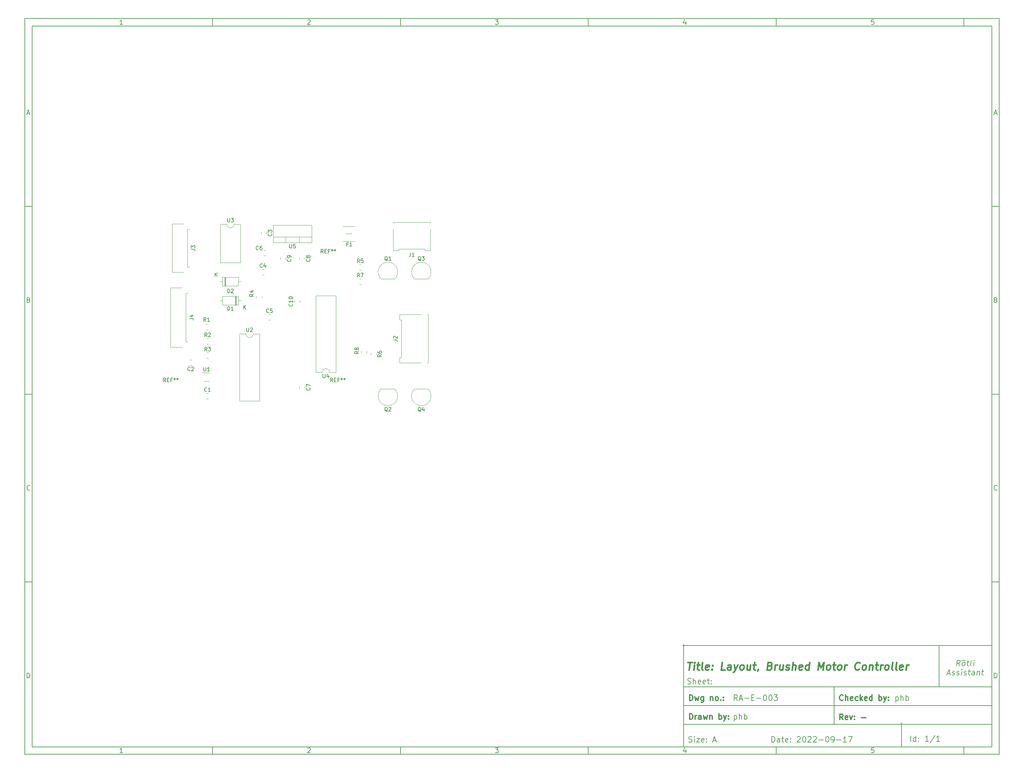
<source format=gbr>
%TF.GenerationSoftware,KiCad,Pcbnew,(6.0.7)*%
%TF.CreationDate,2022-09-17T11:26:47-05:00*%
%TF.ProjectId,BrushlessController,42727573-686c-4657-9373-436f6e74726f,-*%
%TF.SameCoordinates,Original*%
%TF.FileFunction,Legend,Top*%
%TF.FilePolarity,Positive*%
%FSLAX46Y46*%
G04 Gerber Fmt 4.6, Leading zero omitted, Abs format (unit mm)*
G04 Created by KiCad (PCBNEW (6.0.7)) date 2022-09-17 11:26:47*
%MOMM*%
%LPD*%
G01*
G04 APERTURE LIST*
%ADD10C,0.100000*%
%ADD11C,0.150000*%
%ADD12C,0.300000*%
%ADD13C,0.400000*%
%ADD14C,0.508000*%
%ADD15C,0.120000*%
G04 APERTURE END LIST*
D10*
D11*
X10000000Y-10000000D02*
X10000000Y-205900000D01*
X269400000Y-205900000D01*
X269400000Y-10000000D01*
X10000000Y-10000000D01*
D10*
D11*
X12000000Y-12000000D02*
X12000000Y-203900000D01*
X267400000Y-203900000D01*
X267400000Y-12000000D01*
X12000000Y-12000000D01*
D10*
D11*
X60000000Y-12000000D02*
X60000000Y-10000000D01*
D10*
D11*
X110000000Y-12000000D02*
X110000000Y-10000000D01*
D10*
D11*
X160000000Y-12000000D02*
X160000000Y-10000000D01*
D10*
D11*
X210000000Y-12000000D02*
X210000000Y-10000000D01*
D10*
D11*
X260000000Y-12000000D02*
X260000000Y-10000000D01*
D10*
D11*
X36065476Y-11588095D02*
X35322619Y-11588095D01*
X35694047Y-11588095D02*
X35694047Y-10288095D01*
X35570238Y-10473809D01*
X35446428Y-10597619D01*
X35322619Y-10659523D01*
D10*
D11*
X85322619Y-10411904D02*
X85384523Y-10350000D01*
X85508333Y-10288095D01*
X85817857Y-10288095D01*
X85941666Y-10350000D01*
X86003571Y-10411904D01*
X86065476Y-10535714D01*
X86065476Y-10659523D01*
X86003571Y-10845238D01*
X85260714Y-11588095D01*
X86065476Y-11588095D01*
D10*
D11*
X135260714Y-10288095D02*
X136065476Y-10288095D01*
X135632142Y-10783333D01*
X135817857Y-10783333D01*
X135941666Y-10845238D01*
X136003571Y-10907142D01*
X136065476Y-11030952D01*
X136065476Y-11340476D01*
X136003571Y-11464285D01*
X135941666Y-11526190D01*
X135817857Y-11588095D01*
X135446428Y-11588095D01*
X135322619Y-11526190D01*
X135260714Y-11464285D01*
D10*
D11*
X185941666Y-10721428D02*
X185941666Y-11588095D01*
X185632142Y-10226190D02*
X185322619Y-11154761D01*
X186127380Y-11154761D01*
D10*
D11*
X236003571Y-10288095D02*
X235384523Y-10288095D01*
X235322619Y-10907142D01*
X235384523Y-10845238D01*
X235508333Y-10783333D01*
X235817857Y-10783333D01*
X235941666Y-10845238D01*
X236003571Y-10907142D01*
X236065476Y-11030952D01*
X236065476Y-11340476D01*
X236003571Y-11464285D01*
X235941666Y-11526190D01*
X235817857Y-11588095D01*
X235508333Y-11588095D01*
X235384523Y-11526190D01*
X235322619Y-11464285D01*
D10*
D11*
X60000000Y-203900000D02*
X60000000Y-205900000D01*
D10*
D11*
X110000000Y-203900000D02*
X110000000Y-205900000D01*
D10*
D11*
X160000000Y-203900000D02*
X160000000Y-205900000D01*
D10*
D11*
X210000000Y-203900000D02*
X210000000Y-205900000D01*
D10*
D11*
X260000000Y-203900000D02*
X260000000Y-205900000D01*
D10*
D11*
X36065476Y-205488095D02*
X35322619Y-205488095D01*
X35694047Y-205488095D02*
X35694047Y-204188095D01*
X35570238Y-204373809D01*
X35446428Y-204497619D01*
X35322619Y-204559523D01*
D10*
D11*
X85322619Y-204311904D02*
X85384523Y-204250000D01*
X85508333Y-204188095D01*
X85817857Y-204188095D01*
X85941666Y-204250000D01*
X86003571Y-204311904D01*
X86065476Y-204435714D01*
X86065476Y-204559523D01*
X86003571Y-204745238D01*
X85260714Y-205488095D01*
X86065476Y-205488095D01*
D10*
D11*
X135260714Y-204188095D02*
X136065476Y-204188095D01*
X135632142Y-204683333D01*
X135817857Y-204683333D01*
X135941666Y-204745238D01*
X136003571Y-204807142D01*
X136065476Y-204930952D01*
X136065476Y-205240476D01*
X136003571Y-205364285D01*
X135941666Y-205426190D01*
X135817857Y-205488095D01*
X135446428Y-205488095D01*
X135322619Y-205426190D01*
X135260714Y-205364285D01*
D10*
D11*
X185941666Y-204621428D02*
X185941666Y-205488095D01*
X185632142Y-204126190D02*
X185322619Y-205054761D01*
X186127380Y-205054761D01*
D10*
D11*
X236003571Y-204188095D02*
X235384523Y-204188095D01*
X235322619Y-204807142D01*
X235384523Y-204745238D01*
X235508333Y-204683333D01*
X235817857Y-204683333D01*
X235941666Y-204745238D01*
X236003571Y-204807142D01*
X236065476Y-204930952D01*
X236065476Y-205240476D01*
X236003571Y-205364285D01*
X235941666Y-205426190D01*
X235817857Y-205488095D01*
X235508333Y-205488095D01*
X235384523Y-205426190D01*
X235322619Y-205364285D01*
D10*
D11*
X10000000Y-60000000D02*
X12000000Y-60000000D01*
D10*
D11*
X10000000Y-110000000D02*
X12000000Y-110000000D01*
D10*
D11*
X10000000Y-160000000D02*
X12000000Y-160000000D01*
D10*
D11*
X10690476Y-35216666D02*
X11309523Y-35216666D01*
X10566666Y-35588095D02*
X11000000Y-34288095D01*
X11433333Y-35588095D01*
D10*
D11*
X11092857Y-84907142D02*
X11278571Y-84969047D01*
X11340476Y-85030952D01*
X11402380Y-85154761D01*
X11402380Y-85340476D01*
X11340476Y-85464285D01*
X11278571Y-85526190D01*
X11154761Y-85588095D01*
X10659523Y-85588095D01*
X10659523Y-84288095D01*
X11092857Y-84288095D01*
X11216666Y-84350000D01*
X11278571Y-84411904D01*
X11340476Y-84535714D01*
X11340476Y-84659523D01*
X11278571Y-84783333D01*
X11216666Y-84845238D01*
X11092857Y-84907142D01*
X10659523Y-84907142D01*
D10*
D11*
X11402380Y-135464285D02*
X11340476Y-135526190D01*
X11154761Y-135588095D01*
X11030952Y-135588095D01*
X10845238Y-135526190D01*
X10721428Y-135402380D01*
X10659523Y-135278571D01*
X10597619Y-135030952D01*
X10597619Y-134845238D01*
X10659523Y-134597619D01*
X10721428Y-134473809D01*
X10845238Y-134350000D01*
X11030952Y-134288095D01*
X11154761Y-134288095D01*
X11340476Y-134350000D01*
X11402380Y-134411904D01*
D10*
D11*
X10659523Y-185588095D02*
X10659523Y-184288095D01*
X10969047Y-184288095D01*
X11154761Y-184350000D01*
X11278571Y-184473809D01*
X11340476Y-184597619D01*
X11402380Y-184845238D01*
X11402380Y-185030952D01*
X11340476Y-185278571D01*
X11278571Y-185402380D01*
X11154761Y-185526190D01*
X10969047Y-185588095D01*
X10659523Y-185588095D01*
D10*
D11*
X269400000Y-60000000D02*
X267400000Y-60000000D01*
D10*
D11*
X269400000Y-110000000D02*
X267400000Y-110000000D01*
D10*
D11*
X269400000Y-160000000D02*
X267400000Y-160000000D01*
D10*
D11*
X268090476Y-35216666D02*
X268709523Y-35216666D01*
X267966666Y-35588095D02*
X268400000Y-34288095D01*
X268833333Y-35588095D01*
D10*
D11*
X268492857Y-84907142D02*
X268678571Y-84969047D01*
X268740476Y-85030952D01*
X268802380Y-85154761D01*
X268802380Y-85340476D01*
X268740476Y-85464285D01*
X268678571Y-85526190D01*
X268554761Y-85588095D01*
X268059523Y-85588095D01*
X268059523Y-84288095D01*
X268492857Y-84288095D01*
X268616666Y-84350000D01*
X268678571Y-84411904D01*
X268740476Y-84535714D01*
X268740476Y-84659523D01*
X268678571Y-84783333D01*
X268616666Y-84845238D01*
X268492857Y-84907142D01*
X268059523Y-84907142D01*
D10*
D11*
X268802380Y-135464285D02*
X268740476Y-135526190D01*
X268554761Y-135588095D01*
X268430952Y-135588095D01*
X268245238Y-135526190D01*
X268121428Y-135402380D01*
X268059523Y-135278571D01*
X267997619Y-135030952D01*
X267997619Y-134845238D01*
X268059523Y-134597619D01*
X268121428Y-134473809D01*
X268245238Y-134350000D01*
X268430952Y-134288095D01*
X268554761Y-134288095D01*
X268740476Y-134350000D01*
X268802380Y-134411904D01*
D10*
D11*
X268059523Y-185588095D02*
X268059523Y-184288095D01*
X268369047Y-184288095D01*
X268554761Y-184350000D01*
X268678571Y-184473809D01*
X268740476Y-184597619D01*
X268802380Y-184845238D01*
X268802380Y-185030952D01*
X268740476Y-185278571D01*
X268678571Y-185402380D01*
X268554761Y-185526190D01*
X268369047Y-185588095D01*
X268059523Y-185588095D01*
D10*
D11*
X208832142Y-202678371D02*
X208832142Y-201178371D01*
X209189285Y-201178371D01*
X209403571Y-201249800D01*
X209546428Y-201392657D01*
X209617857Y-201535514D01*
X209689285Y-201821228D01*
X209689285Y-202035514D01*
X209617857Y-202321228D01*
X209546428Y-202464085D01*
X209403571Y-202606942D01*
X209189285Y-202678371D01*
X208832142Y-202678371D01*
X210975000Y-202678371D02*
X210975000Y-201892657D01*
X210903571Y-201749800D01*
X210760714Y-201678371D01*
X210475000Y-201678371D01*
X210332142Y-201749800D01*
X210975000Y-202606942D02*
X210832142Y-202678371D01*
X210475000Y-202678371D01*
X210332142Y-202606942D01*
X210260714Y-202464085D01*
X210260714Y-202321228D01*
X210332142Y-202178371D01*
X210475000Y-202106942D01*
X210832142Y-202106942D01*
X210975000Y-202035514D01*
X211475000Y-201678371D02*
X212046428Y-201678371D01*
X211689285Y-201178371D02*
X211689285Y-202464085D01*
X211760714Y-202606942D01*
X211903571Y-202678371D01*
X212046428Y-202678371D01*
X213117857Y-202606942D02*
X212975000Y-202678371D01*
X212689285Y-202678371D01*
X212546428Y-202606942D01*
X212475000Y-202464085D01*
X212475000Y-201892657D01*
X212546428Y-201749800D01*
X212689285Y-201678371D01*
X212975000Y-201678371D01*
X213117857Y-201749800D01*
X213189285Y-201892657D01*
X213189285Y-202035514D01*
X212475000Y-202178371D01*
X213832142Y-202535514D02*
X213903571Y-202606942D01*
X213832142Y-202678371D01*
X213760714Y-202606942D01*
X213832142Y-202535514D01*
X213832142Y-202678371D01*
X213832142Y-201749800D02*
X213903571Y-201821228D01*
X213832142Y-201892657D01*
X213760714Y-201821228D01*
X213832142Y-201749800D01*
X213832142Y-201892657D01*
X215617857Y-201321228D02*
X215689285Y-201249800D01*
X215832142Y-201178371D01*
X216189285Y-201178371D01*
X216332142Y-201249800D01*
X216403571Y-201321228D01*
X216475000Y-201464085D01*
X216475000Y-201606942D01*
X216403571Y-201821228D01*
X215546428Y-202678371D01*
X216475000Y-202678371D01*
X217403571Y-201178371D02*
X217546428Y-201178371D01*
X217689285Y-201249800D01*
X217760714Y-201321228D01*
X217832142Y-201464085D01*
X217903571Y-201749800D01*
X217903571Y-202106942D01*
X217832142Y-202392657D01*
X217760714Y-202535514D01*
X217689285Y-202606942D01*
X217546428Y-202678371D01*
X217403571Y-202678371D01*
X217260714Y-202606942D01*
X217189285Y-202535514D01*
X217117857Y-202392657D01*
X217046428Y-202106942D01*
X217046428Y-201749800D01*
X217117857Y-201464085D01*
X217189285Y-201321228D01*
X217260714Y-201249800D01*
X217403571Y-201178371D01*
X218475000Y-201321228D02*
X218546428Y-201249800D01*
X218689285Y-201178371D01*
X219046428Y-201178371D01*
X219189285Y-201249800D01*
X219260714Y-201321228D01*
X219332142Y-201464085D01*
X219332142Y-201606942D01*
X219260714Y-201821228D01*
X218403571Y-202678371D01*
X219332142Y-202678371D01*
X219903571Y-201321228D02*
X219975000Y-201249800D01*
X220117857Y-201178371D01*
X220475000Y-201178371D01*
X220617857Y-201249800D01*
X220689285Y-201321228D01*
X220760714Y-201464085D01*
X220760714Y-201606942D01*
X220689285Y-201821228D01*
X219832142Y-202678371D01*
X220760714Y-202678371D01*
X221403571Y-202106942D02*
X222546428Y-202106942D01*
X223546428Y-201178371D02*
X223689285Y-201178371D01*
X223832142Y-201249800D01*
X223903571Y-201321228D01*
X223975000Y-201464085D01*
X224046428Y-201749800D01*
X224046428Y-202106942D01*
X223975000Y-202392657D01*
X223903571Y-202535514D01*
X223832142Y-202606942D01*
X223689285Y-202678371D01*
X223546428Y-202678371D01*
X223403571Y-202606942D01*
X223332142Y-202535514D01*
X223260714Y-202392657D01*
X223189285Y-202106942D01*
X223189285Y-201749800D01*
X223260714Y-201464085D01*
X223332142Y-201321228D01*
X223403571Y-201249800D01*
X223546428Y-201178371D01*
X224760714Y-202678371D02*
X225046428Y-202678371D01*
X225189285Y-202606942D01*
X225260714Y-202535514D01*
X225403571Y-202321228D01*
X225475000Y-202035514D01*
X225475000Y-201464085D01*
X225403571Y-201321228D01*
X225332142Y-201249800D01*
X225189285Y-201178371D01*
X224903571Y-201178371D01*
X224760714Y-201249800D01*
X224689285Y-201321228D01*
X224617857Y-201464085D01*
X224617857Y-201821228D01*
X224689285Y-201964085D01*
X224760714Y-202035514D01*
X224903571Y-202106942D01*
X225189285Y-202106942D01*
X225332142Y-202035514D01*
X225403571Y-201964085D01*
X225475000Y-201821228D01*
X226117857Y-202106942D02*
X227260714Y-202106942D01*
X228760714Y-202678371D02*
X227903571Y-202678371D01*
X228332142Y-202678371D02*
X228332142Y-201178371D01*
X228189285Y-201392657D01*
X228046428Y-201535514D01*
X227903571Y-201606942D01*
X229260714Y-201178371D02*
X230260714Y-201178371D01*
X229617857Y-202678371D01*
D10*
D12*
X227809285Y-196678571D02*
X227309285Y-195964285D01*
X226952142Y-196678571D02*
X226952142Y-195178571D01*
X227523571Y-195178571D01*
X227666428Y-195250000D01*
X227737857Y-195321428D01*
X227809285Y-195464285D01*
X227809285Y-195678571D01*
X227737857Y-195821428D01*
X227666428Y-195892857D01*
X227523571Y-195964285D01*
X226952142Y-195964285D01*
X229023571Y-196607142D02*
X228880714Y-196678571D01*
X228595000Y-196678571D01*
X228452142Y-196607142D01*
X228380714Y-196464285D01*
X228380714Y-195892857D01*
X228452142Y-195750000D01*
X228595000Y-195678571D01*
X228880714Y-195678571D01*
X229023571Y-195750000D01*
X229095000Y-195892857D01*
X229095000Y-196035714D01*
X228380714Y-196178571D01*
X229595000Y-195678571D02*
X229952142Y-196678571D01*
X230309285Y-195678571D01*
X230880714Y-196535714D02*
X230952142Y-196607142D01*
X230880714Y-196678571D01*
X230809285Y-196607142D01*
X230880714Y-196535714D01*
X230880714Y-196678571D01*
X230880714Y-195750000D02*
X230952142Y-195821428D01*
X230880714Y-195892857D01*
X230809285Y-195821428D01*
X230880714Y-195750000D01*
X230880714Y-195892857D01*
X232737857Y-196107142D02*
X233880714Y-196107142D01*
D10*
D11*
X186760714Y-202606942D02*
X186975000Y-202678371D01*
X187332142Y-202678371D01*
X187475000Y-202606942D01*
X187546428Y-202535514D01*
X187617857Y-202392657D01*
X187617857Y-202249800D01*
X187546428Y-202106942D01*
X187475000Y-202035514D01*
X187332142Y-201964085D01*
X187046428Y-201892657D01*
X186903571Y-201821228D01*
X186832142Y-201749800D01*
X186760714Y-201606942D01*
X186760714Y-201464085D01*
X186832142Y-201321228D01*
X186903571Y-201249800D01*
X187046428Y-201178371D01*
X187403571Y-201178371D01*
X187617857Y-201249800D01*
X188260714Y-202678371D02*
X188260714Y-201678371D01*
X188260714Y-201178371D02*
X188189285Y-201249800D01*
X188260714Y-201321228D01*
X188332142Y-201249800D01*
X188260714Y-201178371D01*
X188260714Y-201321228D01*
X188832142Y-201678371D02*
X189617857Y-201678371D01*
X188832142Y-202678371D01*
X189617857Y-202678371D01*
X190760714Y-202606942D02*
X190617857Y-202678371D01*
X190332142Y-202678371D01*
X190189285Y-202606942D01*
X190117857Y-202464085D01*
X190117857Y-201892657D01*
X190189285Y-201749800D01*
X190332142Y-201678371D01*
X190617857Y-201678371D01*
X190760714Y-201749800D01*
X190832142Y-201892657D01*
X190832142Y-202035514D01*
X190117857Y-202178371D01*
X191475000Y-202535514D02*
X191546428Y-202606942D01*
X191475000Y-202678371D01*
X191403571Y-202606942D01*
X191475000Y-202535514D01*
X191475000Y-202678371D01*
X191475000Y-201749800D02*
X191546428Y-201821228D01*
X191475000Y-201892657D01*
X191403571Y-201821228D01*
X191475000Y-201749800D01*
X191475000Y-201892657D01*
X193260714Y-202249800D02*
X193975000Y-202249800D01*
X193117857Y-202678371D02*
X193617857Y-201178371D01*
X194117857Y-202678371D01*
D10*
D11*
X245832142Y-202478571D02*
X245832142Y-200978571D01*
X247189285Y-202478571D02*
X247189285Y-200978571D01*
X247189285Y-202407142D02*
X247046428Y-202478571D01*
X246760714Y-202478571D01*
X246617857Y-202407142D01*
X246546428Y-202335714D01*
X246475000Y-202192857D01*
X246475000Y-201764285D01*
X246546428Y-201621428D01*
X246617857Y-201550000D01*
X246760714Y-201478571D01*
X247046428Y-201478571D01*
X247189285Y-201550000D01*
X247903571Y-202335714D02*
X247975000Y-202407142D01*
X247903571Y-202478571D01*
X247832142Y-202407142D01*
X247903571Y-202335714D01*
X247903571Y-202478571D01*
X247903571Y-201550000D02*
X247975000Y-201621428D01*
X247903571Y-201692857D01*
X247832142Y-201621428D01*
X247903571Y-201550000D01*
X247903571Y-201692857D01*
X250546428Y-202478571D02*
X249689285Y-202478571D01*
X250117857Y-202478571D02*
X250117857Y-200978571D01*
X249975000Y-201192857D01*
X249832142Y-201335714D01*
X249689285Y-201407142D01*
X252260714Y-200907142D02*
X250975000Y-202835714D01*
X253546428Y-202478571D02*
X252689285Y-202478571D01*
X253117857Y-202478571D02*
X253117857Y-200978571D01*
X252975000Y-201192857D01*
X252832142Y-201335714D01*
X252689285Y-201407142D01*
D10*
D13*
X186512380Y-181404561D02*
X187655238Y-181404561D01*
X186833809Y-183404561D02*
X187083809Y-181404561D01*
X188071904Y-183404561D02*
X188238571Y-182071228D01*
X188321904Y-181404561D02*
X188214761Y-181499800D01*
X188298095Y-181595038D01*
X188405238Y-181499800D01*
X188321904Y-181404561D01*
X188298095Y-181595038D01*
X188905238Y-182071228D02*
X189667142Y-182071228D01*
X189274285Y-181404561D02*
X189060000Y-183118847D01*
X189131428Y-183309323D01*
X189310000Y-183404561D01*
X189500476Y-183404561D01*
X190452857Y-183404561D02*
X190274285Y-183309323D01*
X190202857Y-183118847D01*
X190417142Y-181404561D01*
X191988571Y-183309323D02*
X191786190Y-183404561D01*
X191405238Y-183404561D01*
X191226666Y-183309323D01*
X191155238Y-183118847D01*
X191250476Y-182356942D01*
X191369523Y-182166466D01*
X191571904Y-182071228D01*
X191952857Y-182071228D01*
X192131428Y-182166466D01*
X192202857Y-182356942D01*
X192179047Y-182547419D01*
X191202857Y-182737895D01*
X192952857Y-183214085D02*
X193036190Y-183309323D01*
X192929047Y-183404561D01*
X192845714Y-183309323D01*
X192952857Y-183214085D01*
X192929047Y-183404561D01*
X193083809Y-182166466D02*
X193167142Y-182261704D01*
X193060000Y-182356942D01*
X192976666Y-182261704D01*
X193083809Y-182166466D01*
X193060000Y-182356942D01*
X196357619Y-183404561D02*
X195405238Y-183404561D01*
X195655238Y-181404561D01*
X197881428Y-183404561D02*
X198012380Y-182356942D01*
X197940952Y-182166466D01*
X197762380Y-182071228D01*
X197381428Y-182071228D01*
X197179047Y-182166466D01*
X197893333Y-183309323D02*
X197690952Y-183404561D01*
X197214761Y-183404561D01*
X197036190Y-183309323D01*
X196964761Y-183118847D01*
X196988571Y-182928371D01*
X197107619Y-182737895D01*
X197310000Y-182642657D01*
X197786190Y-182642657D01*
X197988571Y-182547419D01*
X198810000Y-182071228D02*
X199119523Y-183404561D01*
X199762380Y-182071228D02*
X199119523Y-183404561D01*
X198869523Y-183880752D01*
X198762380Y-183975990D01*
X198560000Y-184071228D01*
X200643333Y-183404561D02*
X200464761Y-183309323D01*
X200381428Y-183214085D01*
X200310000Y-183023609D01*
X200381428Y-182452180D01*
X200500476Y-182261704D01*
X200607619Y-182166466D01*
X200810000Y-182071228D01*
X201095714Y-182071228D01*
X201274285Y-182166466D01*
X201357619Y-182261704D01*
X201429047Y-182452180D01*
X201357619Y-183023609D01*
X201238571Y-183214085D01*
X201131428Y-183309323D01*
X200929047Y-183404561D01*
X200643333Y-183404561D01*
X203190952Y-182071228D02*
X203024285Y-183404561D01*
X202333809Y-182071228D02*
X202202857Y-183118847D01*
X202274285Y-183309323D01*
X202452857Y-183404561D01*
X202738571Y-183404561D01*
X202940952Y-183309323D01*
X203048095Y-183214085D01*
X203857619Y-182071228D02*
X204619523Y-182071228D01*
X204226666Y-181404561D02*
X204012380Y-183118847D01*
X204083809Y-183309323D01*
X204262380Y-183404561D01*
X204452857Y-183404561D01*
X205226666Y-183309323D02*
X205214761Y-183404561D01*
X205095714Y-183595038D01*
X204988571Y-183690276D01*
X208393333Y-182356942D02*
X208667142Y-182452180D01*
X208750476Y-182547419D01*
X208821904Y-182737895D01*
X208786190Y-183023609D01*
X208667142Y-183214085D01*
X208560000Y-183309323D01*
X208357619Y-183404561D01*
X207595714Y-183404561D01*
X207845714Y-181404561D01*
X208512380Y-181404561D01*
X208690952Y-181499800D01*
X208774285Y-181595038D01*
X208845714Y-181785514D01*
X208821904Y-181975990D01*
X208702857Y-182166466D01*
X208595714Y-182261704D01*
X208393333Y-182356942D01*
X207726666Y-182356942D01*
X209595714Y-183404561D02*
X209762380Y-182071228D01*
X209714761Y-182452180D02*
X209833809Y-182261704D01*
X209940952Y-182166466D01*
X210143333Y-182071228D01*
X210333809Y-182071228D01*
X211857619Y-182071228D02*
X211690952Y-183404561D01*
X211000476Y-182071228D02*
X210869523Y-183118847D01*
X210940952Y-183309323D01*
X211119523Y-183404561D01*
X211405238Y-183404561D01*
X211607619Y-183309323D01*
X211714761Y-183214085D01*
X212560000Y-183309323D02*
X212738571Y-183404561D01*
X213119523Y-183404561D01*
X213321904Y-183309323D01*
X213440952Y-183118847D01*
X213452857Y-183023609D01*
X213381428Y-182833133D01*
X213202857Y-182737895D01*
X212917142Y-182737895D01*
X212738571Y-182642657D01*
X212667142Y-182452180D01*
X212679047Y-182356942D01*
X212798095Y-182166466D01*
X213000476Y-182071228D01*
X213286190Y-182071228D01*
X213464761Y-182166466D01*
X214262380Y-183404561D02*
X214512380Y-181404561D01*
X215119523Y-183404561D02*
X215250476Y-182356942D01*
X215179047Y-182166466D01*
X215000476Y-182071228D01*
X214714761Y-182071228D01*
X214512380Y-182166466D01*
X214405238Y-182261704D01*
X216845714Y-183309323D02*
X216643333Y-183404561D01*
X216262380Y-183404561D01*
X216083809Y-183309323D01*
X216012380Y-183118847D01*
X216107619Y-182356942D01*
X216226666Y-182166466D01*
X216429047Y-182071228D01*
X216810000Y-182071228D01*
X216988571Y-182166466D01*
X217060000Y-182356942D01*
X217036190Y-182547419D01*
X216060000Y-182737895D01*
X218643333Y-183404561D02*
X218893333Y-181404561D01*
X218655238Y-183309323D02*
X218452857Y-183404561D01*
X218071904Y-183404561D01*
X217893333Y-183309323D01*
X217810000Y-183214085D01*
X217738571Y-183023609D01*
X217810000Y-182452180D01*
X217929047Y-182261704D01*
X218036190Y-182166466D01*
X218238571Y-182071228D01*
X218619523Y-182071228D01*
X218798095Y-182166466D01*
X221119523Y-183404561D02*
X221369523Y-181404561D01*
X221857619Y-182833133D01*
X222702857Y-181404561D01*
X222452857Y-183404561D01*
X223690952Y-183404561D02*
X223512380Y-183309323D01*
X223429047Y-183214085D01*
X223357619Y-183023609D01*
X223429047Y-182452180D01*
X223548095Y-182261704D01*
X223655238Y-182166466D01*
X223857619Y-182071228D01*
X224143333Y-182071228D01*
X224321904Y-182166466D01*
X224405238Y-182261704D01*
X224476666Y-182452180D01*
X224405238Y-183023609D01*
X224286190Y-183214085D01*
X224179047Y-183309323D01*
X223976666Y-183404561D01*
X223690952Y-183404561D01*
X225095714Y-182071228D02*
X225857619Y-182071228D01*
X225464761Y-181404561D02*
X225250476Y-183118847D01*
X225321904Y-183309323D01*
X225500476Y-183404561D01*
X225690952Y-183404561D01*
X226643333Y-183404561D02*
X226464761Y-183309323D01*
X226381428Y-183214085D01*
X226310000Y-183023609D01*
X226381428Y-182452180D01*
X226500476Y-182261704D01*
X226607619Y-182166466D01*
X226810000Y-182071228D01*
X227095714Y-182071228D01*
X227274285Y-182166466D01*
X227357619Y-182261704D01*
X227429047Y-182452180D01*
X227357619Y-183023609D01*
X227238571Y-183214085D01*
X227131428Y-183309323D01*
X226929047Y-183404561D01*
X226643333Y-183404561D01*
X228167142Y-183404561D02*
X228333809Y-182071228D01*
X228286190Y-182452180D02*
X228405238Y-182261704D01*
X228512380Y-182166466D01*
X228714761Y-182071228D01*
X228905238Y-182071228D01*
X232095714Y-183214085D02*
X231988571Y-183309323D01*
X231690952Y-183404561D01*
X231500476Y-183404561D01*
X231226666Y-183309323D01*
X231060000Y-183118847D01*
X230988571Y-182928371D01*
X230940952Y-182547419D01*
X230976666Y-182261704D01*
X231119523Y-181880752D01*
X231238571Y-181690276D01*
X231452857Y-181499800D01*
X231750476Y-181404561D01*
X231940952Y-181404561D01*
X232214761Y-181499800D01*
X232298095Y-181595038D01*
X233214761Y-183404561D02*
X233036190Y-183309323D01*
X232952857Y-183214085D01*
X232881428Y-183023609D01*
X232952857Y-182452180D01*
X233071904Y-182261704D01*
X233179047Y-182166466D01*
X233381428Y-182071228D01*
X233667142Y-182071228D01*
X233845714Y-182166466D01*
X233929047Y-182261704D01*
X234000476Y-182452180D01*
X233929047Y-183023609D01*
X233810000Y-183214085D01*
X233702857Y-183309323D01*
X233500476Y-183404561D01*
X233214761Y-183404561D01*
X234905238Y-182071228D02*
X234738571Y-183404561D01*
X234881428Y-182261704D02*
X234988571Y-182166466D01*
X235190952Y-182071228D01*
X235476666Y-182071228D01*
X235655238Y-182166466D01*
X235726666Y-182356942D01*
X235595714Y-183404561D01*
X236429047Y-182071228D02*
X237190952Y-182071228D01*
X236798095Y-181404561D02*
X236583809Y-183118847D01*
X236655238Y-183309323D01*
X236833809Y-183404561D01*
X237024285Y-183404561D01*
X237690952Y-183404561D02*
X237857619Y-182071228D01*
X237809999Y-182452180D02*
X237929047Y-182261704D01*
X238036190Y-182166466D01*
X238238571Y-182071228D01*
X238429047Y-182071228D01*
X239214761Y-183404561D02*
X239036190Y-183309323D01*
X238952857Y-183214085D01*
X238881428Y-183023609D01*
X238952857Y-182452180D01*
X239071904Y-182261704D01*
X239179047Y-182166466D01*
X239381428Y-182071228D01*
X239667142Y-182071228D01*
X239845714Y-182166466D01*
X239929047Y-182261704D01*
X240000476Y-182452180D01*
X239929047Y-183023609D01*
X239809999Y-183214085D01*
X239702857Y-183309323D01*
X239500476Y-183404561D01*
X239214761Y-183404561D01*
X241024285Y-183404561D02*
X240845714Y-183309323D01*
X240774285Y-183118847D01*
X240988571Y-181404561D01*
X242071904Y-183404561D02*
X241893333Y-183309323D01*
X241821904Y-183118847D01*
X242036190Y-181404561D01*
X243607619Y-183309323D02*
X243405238Y-183404561D01*
X243024285Y-183404561D01*
X242845714Y-183309323D01*
X242774285Y-183118847D01*
X242869523Y-182356942D01*
X242988571Y-182166466D01*
X243190952Y-182071228D01*
X243571904Y-182071228D01*
X243750476Y-182166466D01*
X243821904Y-182356942D01*
X243798095Y-182547419D01*
X242821904Y-182737895D01*
X244548095Y-183404561D02*
X244714761Y-182071228D01*
X244667142Y-182452180D02*
X244786190Y-182261704D01*
X244893333Y-182166466D01*
X245095714Y-182071228D01*
X245286190Y-182071228D01*
D10*
D11*
X186460714Y-187106942D02*
X186675000Y-187178371D01*
X187032142Y-187178371D01*
X187175000Y-187106942D01*
X187246428Y-187035514D01*
X187317857Y-186892657D01*
X187317857Y-186749800D01*
X187246428Y-186606942D01*
X187175000Y-186535514D01*
X187032142Y-186464085D01*
X186746428Y-186392657D01*
X186603571Y-186321228D01*
X186532142Y-186249800D01*
X186460714Y-186106942D01*
X186460714Y-185964085D01*
X186532142Y-185821228D01*
X186603571Y-185749800D01*
X186746428Y-185678371D01*
X187103571Y-185678371D01*
X187317857Y-185749800D01*
X187960714Y-187178371D02*
X187960714Y-185678371D01*
X188603571Y-187178371D02*
X188603571Y-186392657D01*
X188532142Y-186249800D01*
X188389285Y-186178371D01*
X188175000Y-186178371D01*
X188032142Y-186249800D01*
X187960714Y-186321228D01*
X189889285Y-187106942D02*
X189746428Y-187178371D01*
X189460714Y-187178371D01*
X189317857Y-187106942D01*
X189246428Y-186964085D01*
X189246428Y-186392657D01*
X189317857Y-186249800D01*
X189460714Y-186178371D01*
X189746428Y-186178371D01*
X189889285Y-186249800D01*
X189960714Y-186392657D01*
X189960714Y-186535514D01*
X189246428Y-186678371D01*
X191175000Y-187106942D02*
X191032142Y-187178371D01*
X190746428Y-187178371D01*
X190603571Y-187106942D01*
X190532142Y-186964085D01*
X190532142Y-186392657D01*
X190603571Y-186249800D01*
X190746428Y-186178371D01*
X191032142Y-186178371D01*
X191175000Y-186249800D01*
X191246428Y-186392657D01*
X191246428Y-186535514D01*
X190532142Y-186678371D01*
X191675000Y-186178371D02*
X192246428Y-186178371D01*
X191889285Y-185678371D02*
X191889285Y-186964085D01*
X191960714Y-187106942D01*
X192103571Y-187178371D01*
X192246428Y-187178371D01*
X192746428Y-187035514D02*
X192817857Y-187106942D01*
X192746428Y-187178371D01*
X192675000Y-187106942D01*
X192746428Y-187035514D01*
X192746428Y-187178371D01*
X192746428Y-186249800D02*
X192817857Y-186321228D01*
X192746428Y-186392657D01*
X192675000Y-186321228D01*
X192746428Y-186249800D01*
X192746428Y-186392657D01*
D10*
D11*
X199689285Y-191578371D02*
X199189285Y-190864085D01*
X198832142Y-191578371D02*
X198832142Y-190078371D01*
X199403571Y-190078371D01*
X199546428Y-190149800D01*
X199617857Y-190221228D01*
X199689285Y-190364085D01*
X199689285Y-190578371D01*
X199617857Y-190721228D01*
X199546428Y-190792657D01*
X199403571Y-190864085D01*
X198832142Y-190864085D01*
X200260714Y-191149800D02*
X200975000Y-191149800D01*
X200117857Y-191578371D02*
X200617857Y-190078371D01*
X201117857Y-191578371D01*
X201617857Y-191006942D02*
X202760714Y-191006942D01*
X203475000Y-190792657D02*
X203975000Y-190792657D01*
X204189285Y-191578371D02*
X203475000Y-191578371D01*
X203475000Y-190078371D01*
X204189285Y-190078371D01*
X204832142Y-191006942D02*
X205975000Y-191006942D01*
X206975000Y-190078371D02*
X207117857Y-190078371D01*
X207260714Y-190149800D01*
X207332142Y-190221228D01*
X207403571Y-190364085D01*
X207475000Y-190649800D01*
X207475000Y-191006942D01*
X207403571Y-191292657D01*
X207332142Y-191435514D01*
X207260714Y-191506942D01*
X207117857Y-191578371D01*
X206975000Y-191578371D01*
X206832142Y-191506942D01*
X206760714Y-191435514D01*
X206689285Y-191292657D01*
X206617857Y-191006942D01*
X206617857Y-190649800D01*
X206689285Y-190364085D01*
X206760714Y-190221228D01*
X206832142Y-190149800D01*
X206975000Y-190078371D01*
X208403571Y-190078371D02*
X208546428Y-190078371D01*
X208689285Y-190149800D01*
X208760714Y-190221228D01*
X208832142Y-190364085D01*
X208903571Y-190649800D01*
X208903571Y-191006942D01*
X208832142Y-191292657D01*
X208760714Y-191435514D01*
X208689285Y-191506942D01*
X208546428Y-191578371D01*
X208403571Y-191578371D01*
X208260714Y-191506942D01*
X208189285Y-191435514D01*
X208117857Y-191292657D01*
X208046428Y-191006942D01*
X208046428Y-190649800D01*
X208117857Y-190364085D01*
X208189285Y-190221228D01*
X208260714Y-190149800D01*
X208403571Y-190078371D01*
X209403571Y-190078371D02*
X210332142Y-190078371D01*
X209832142Y-190649800D01*
X210046428Y-190649800D01*
X210189285Y-190721228D01*
X210260714Y-190792657D01*
X210332142Y-190935514D01*
X210332142Y-191292657D01*
X210260714Y-191435514D01*
X210189285Y-191506942D01*
X210046428Y-191578371D01*
X209617857Y-191578371D01*
X209475000Y-191506942D01*
X209403571Y-191435514D01*
D10*
D11*
X241832142Y-190578371D02*
X241832142Y-192078371D01*
X241832142Y-190649800D02*
X241975000Y-190578371D01*
X242260714Y-190578371D01*
X242403571Y-190649800D01*
X242475000Y-190721228D01*
X242546428Y-190864085D01*
X242546428Y-191292657D01*
X242475000Y-191435514D01*
X242403571Y-191506942D01*
X242260714Y-191578371D01*
X241975000Y-191578371D01*
X241832142Y-191506942D01*
X243189285Y-191578371D02*
X243189285Y-190078371D01*
X243832142Y-191578371D02*
X243832142Y-190792657D01*
X243760714Y-190649800D01*
X243617857Y-190578371D01*
X243403571Y-190578371D01*
X243260714Y-190649800D01*
X243189285Y-190721228D01*
X244546428Y-191578371D02*
X244546428Y-190078371D01*
X244546428Y-190649800D02*
X244689285Y-190578371D01*
X244975000Y-190578371D01*
X245117857Y-190649800D01*
X245189285Y-190721228D01*
X245260714Y-190864085D01*
X245260714Y-191292657D01*
X245189285Y-191435514D01*
X245117857Y-191506942D01*
X244975000Y-191578371D01*
X244689285Y-191578371D01*
X244546428Y-191506942D01*
D10*
D11*
X198832142Y-195578371D02*
X198832142Y-197078371D01*
X198832142Y-195649800D02*
X198975000Y-195578371D01*
X199260714Y-195578371D01*
X199403571Y-195649800D01*
X199475000Y-195721228D01*
X199546428Y-195864085D01*
X199546428Y-196292657D01*
X199475000Y-196435514D01*
X199403571Y-196506942D01*
X199260714Y-196578371D01*
X198975000Y-196578371D01*
X198832142Y-196506942D01*
X200189285Y-196578371D02*
X200189285Y-195078371D01*
X200832142Y-196578371D02*
X200832142Y-195792657D01*
X200760714Y-195649800D01*
X200617857Y-195578371D01*
X200403571Y-195578371D01*
X200260714Y-195649800D01*
X200189285Y-195721228D01*
X201546428Y-196578371D02*
X201546428Y-195078371D01*
X201546428Y-195649800D02*
X201689285Y-195578371D01*
X201975000Y-195578371D01*
X202117857Y-195649800D01*
X202189285Y-195721228D01*
X202260714Y-195864085D01*
X202260714Y-196292657D01*
X202189285Y-196435514D01*
X202117857Y-196506942D01*
X201975000Y-196578371D01*
X201689285Y-196578371D01*
X201546428Y-196506942D01*
D10*
D11*
X243400000Y-197400000D02*
X243400000Y-203900000D01*
D10*
D11*
X267411000Y-187897800D02*
X267411000Y-176897800D01*
X185411000Y-176897800D01*
X185411000Y-187897800D01*
X267411000Y-187897800D01*
D10*
D14*
X185411000Y-176898000D02*
X185411000Y-176898000D01*
X185411000Y-176898000D01*
X185411000Y-176898000D01*
X185411000Y-176898000D01*
D10*
D12*
X186963142Y-196576571D02*
X186963142Y-195076571D01*
X187320285Y-195076571D01*
X187534571Y-195148000D01*
X187677428Y-195290857D01*
X187748857Y-195433714D01*
X187820285Y-195719428D01*
X187820285Y-195933714D01*
X187748857Y-196219428D01*
X187677428Y-196362285D01*
X187534571Y-196505142D01*
X187320285Y-196576571D01*
X186963142Y-196576571D01*
X188463142Y-196576571D02*
X188463142Y-195576571D01*
X188463142Y-195862285D02*
X188534571Y-195719428D01*
X188606000Y-195648000D01*
X188748857Y-195576571D01*
X188891714Y-195576571D01*
X190034571Y-196576571D02*
X190034571Y-195790857D01*
X189963142Y-195648000D01*
X189820285Y-195576571D01*
X189534571Y-195576571D01*
X189391714Y-195648000D01*
X190034571Y-196505142D02*
X189891714Y-196576571D01*
X189534571Y-196576571D01*
X189391714Y-196505142D01*
X189320285Y-196362285D01*
X189320285Y-196219428D01*
X189391714Y-196076571D01*
X189534571Y-196005142D01*
X189891714Y-196005142D01*
X190034571Y-195933714D01*
X190606000Y-195576571D02*
X190891714Y-196576571D01*
X191177428Y-195862285D01*
X191463142Y-196576571D01*
X191748857Y-195576571D01*
X192320285Y-195576571D02*
X192320285Y-196576571D01*
X192320285Y-195719428D02*
X192391714Y-195648000D01*
X192534571Y-195576571D01*
X192748857Y-195576571D01*
X192891714Y-195648000D01*
X192963142Y-195790857D01*
X192963142Y-196576571D01*
X194820285Y-196576571D02*
X194820285Y-195076571D01*
X194820285Y-195648000D02*
X194963142Y-195576571D01*
X195248857Y-195576571D01*
X195391714Y-195648000D01*
X195463142Y-195719428D01*
X195534571Y-195862285D01*
X195534571Y-196290857D01*
X195463142Y-196433714D01*
X195391714Y-196505142D01*
X195248857Y-196576571D01*
X194963142Y-196576571D01*
X194820285Y-196505142D01*
X196034571Y-195576571D02*
X196391714Y-196576571D01*
X196748857Y-195576571D02*
X196391714Y-196576571D01*
X196248857Y-196933714D01*
X196177428Y-197005142D01*
X196034571Y-197076571D01*
X197320285Y-196433714D02*
X197391714Y-196505142D01*
X197320285Y-196576571D01*
X197248857Y-196505142D01*
X197320285Y-196433714D01*
X197320285Y-196576571D01*
X197320285Y-195648000D02*
X197391714Y-195719428D01*
X197320285Y-195790857D01*
X197248857Y-195719428D01*
X197320285Y-195648000D01*
X197320285Y-195790857D01*
D10*
D11*
X225411000Y-187897800D02*
X225411000Y-192897800D01*
D10*
D12*
X227820285Y-191433714D02*
X227748857Y-191505142D01*
X227534571Y-191576571D01*
X227391714Y-191576571D01*
X227177428Y-191505142D01*
X227034571Y-191362285D01*
X226963142Y-191219428D01*
X226891714Y-190933714D01*
X226891714Y-190719428D01*
X226963142Y-190433714D01*
X227034571Y-190290857D01*
X227177428Y-190148000D01*
X227391714Y-190076571D01*
X227534571Y-190076571D01*
X227748857Y-190148000D01*
X227820285Y-190219428D01*
X228463142Y-191576571D02*
X228463142Y-190076571D01*
X229106000Y-191576571D02*
X229106000Y-190790857D01*
X229034571Y-190648000D01*
X228891714Y-190576571D01*
X228677428Y-190576571D01*
X228534571Y-190648000D01*
X228463142Y-190719428D01*
X230391714Y-191505142D02*
X230248857Y-191576571D01*
X229963142Y-191576571D01*
X229820285Y-191505142D01*
X229748857Y-191362285D01*
X229748857Y-190790857D01*
X229820285Y-190648000D01*
X229963142Y-190576571D01*
X230248857Y-190576571D01*
X230391714Y-190648000D01*
X230463142Y-190790857D01*
X230463142Y-190933714D01*
X229748857Y-191076571D01*
X231748857Y-191505142D02*
X231606000Y-191576571D01*
X231320285Y-191576571D01*
X231177428Y-191505142D01*
X231106000Y-191433714D01*
X231034571Y-191290857D01*
X231034571Y-190862285D01*
X231106000Y-190719428D01*
X231177428Y-190648000D01*
X231320285Y-190576571D01*
X231606000Y-190576571D01*
X231748857Y-190648000D01*
X232391714Y-191576571D02*
X232391714Y-190076571D01*
X232534571Y-191005142D02*
X232963142Y-191576571D01*
X232963142Y-190576571D02*
X232391714Y-191148000D01*
X234177428Y-191505142D02*
X234034571Y-191576571D01*
X233748857Y-191576571D01*
X233606000Y-191505142D01*
X233534571Y-191362285D01*
X233534571Y-190790857D01*
X233606000Y-190648000D01*
X233748857Y-190576571D01*
X234034571Y-190576571D01*
X234177428Y-190648000D01*
X234248857Y-190790857D01*
X234248857Y-190933714D01*
X233534571Y-191076571D01*
X235534571Y-191576571D02*
X235534571Y-190076571D01*
X235534571Y-191505142D02*
X235391714Y-191576571D01*
X235106000Y-191576571D01*
X234963142Y-191505142D01*
X234891714Y-191433714D01*
X234820285Y-191290857D01*
X234820285Y-190862285D01*
X234891714Y-190719428D01*
X234963142Y-190648000D01*
X235106000Y-190576571D01*
X235391714Y-190576571D01*
X235534571Y-190648000D01*
X237391714Y-191576571D02*
X237391714Y-190076571D01*
X237391714Y-190648000D02*
X237534571Y-190576571D01*
X237820285Y-190576571D01*
X237963142Y-190648000D01*
X238034571Y-190719428D01*
X238106000Y-190862285D01*
X238106000Y-191290857D01*
X238034571Y-191433714D01*
X237963142Y-191505142D01*
X237820285Y-191576571D01*
X237534571Y-191576571D01*
X237391714Y-191505142D01*
X238606000Y-190576571D02*
X238963142Y-191576571D01*
X239320285Y-190576571D02*
X238963142Y-191576571D01*
X238820285Y-191933714D01*
X238748857Y-192005142D01*
X238606000Y-192076571D01*
X239891714Y-191433714D02*
X239963142Y-191505142D01*
X239891714Y-191576571D01*
X239820285Y-191505142D01*
X239891714Y-191433714D01*
X239891714Y-191576571D01*
X239891714Y-190648000D02*
X239963142Y-190719428D01*
X239891714Y-190790857D01*
X239820285Y-190719428D01*
X239891714Y-190648000D01*
X239891714Y-190790857D01*
D10*
D11*
X185411000Y-192897800D02*
X185411000Y-197897800D01*
D10*
D11*
X185411000Y-192897800D02*
X267411000Y-192897800D01*
D10*
D11*
X185411000Y-192897800D02*
X185411000Y-187897800D01*
D10*
D12*
X186963142Y-191576571D02*
X186963142Y-190076571D01*
X187320285Y-190076571D01*
X187534571Y-190148000D01*
X187677428Y-190290857D01*
X187748857Y-190433714D01*
X187820285Y-190719428D01*
X187820285Y-190933714D01*
X187748857Y-191219428D01*
X187677428Y-191362285D01*
X187534571Y-191505142D01*
X187320285Y-191576571D01*
X186963142Y-191576571D01*
X188320285Y-190576571D02*
X188606000Y-191576571D01*
X188891714Y-190862285D01*
X189177428Y-191576571D01*
X189463142Y-190576571D01*
X190677428Y-190576571D02*
X190677428Y-191790857D01*
X190606000Y-191933714D01*
X190534571Y-192005142D01*
X190391714Y-192076571D01*
X190177428Y-192076571D01*
X190034571Y-192005142D01*
X190677428Y-191505142D02*
X190534571Y-191576571D01*
X190248857Y-191576571D01*
X190106000Y-191505142D01*
X190034571Y-191433714D01*
X189963142Y-191290857D01*
X189963142Y-190862285D01*
X190034571Y-190719428D01*
X190106000Y-190648000D01*
X190248857Y-190576571D01*
X190534571Y-190576571D01*
X190677428Y-190648000D01*
X192534571Y-190576571D02*
X192534571Y-191576571D01*
X192534571Y-190719428D02*
X192606000Y-190648000D01*
X192748857Y-190576571D01*
X192963142Y-190576571D01*
X193106000Y-190648000D01*
X193177428Y-190790857D01*
X193177428Y-191576571D01*
X194106000Y-191576571D02*
X193963142Y-191505142D01*
X193891714Y-191433714D01*
X193820285Y-191290857D01*
X193820285Y-190862285D01*
X193891714Y-190719428D01*
X193963142Y-190648000D01*
X194106000Y-190576571D01*
X194320285Y-190576571D01*
X194463142Y-190648000D01*
X194534571Y-190719428D01*
X194606000Y-190862285D01*
X194606000Y-191290857D01*
X194534571Y-191433714D01*
X194463142Y-191505142D01*
X194320285Y-191576571D01*
X194106000Y-191576571D01*
X195248857Y-191433714D02*
X195320285Y-191505142D01*
X195248857Y-191576571D01*
X195177428Y-191505142D01*
X195248857Y-191433714D01*
X195248857Y-191576571D01*
X195963142Y-191433714D02*
X196034571Y-191505142D01*
X195963142Y-191576571D01*
X195891714Y-191505142D01*
X195963142Y-191433714D01*
X195963142Y-191576571D01*
X195963142Y-190648000D02*
X196034571Y-190719428D01*
X195963142Y-190790857D01*
X195891714Y-190719428D01*
X195963142Y-190648000D01*
X195963142Y-190790857D01*
D10*
D11*
X225411000Y-192897800D02*
X225411000Y-197897800D01*
D10*
D11*
X185411000Y-197897800D02*
X267411000Y-197897800D01*
D10*
D11*
X185411000Y-197897800D02*
X185411000Y-203897800D01*
D10*
D11*
X258876133Y-182368871D02*
X258465419Y-181654585D01*
X258018991Y-182368871D02*
X258206491Y-180868871D01*
X258777919Y-180868871D01*
X258911848Y-180940300D01*
X258974348Y-181011728D01*
X259027919Y-181154585D01*
X259001133Y-181368871D01*
X258911848Y-181511728D01*
X258831491Y-181583157D01*
X258679705Y-181654585D01*
X258108276Y-181654585D01*
X259733276Y-182368871D02*
X259599348Y-182297442D01*
X259536848Y-182226014D01*
X259483276Y-182083157D01*
X259536848Y-181654585D01*
X259626133Y-181511728D01*
X259706491Y-181440300D01*
X259858276Y-181368871D01*
X260072562Y-181368871D01*
X260206491Y-181440300D01*
X260268991Y-181511728D01*
X260322562Y-181654585D01*
X260268991Y-182083157D01*
X260179705Y-182226014D01*
X260099348Y-182297442D01*
X259947562Y-182368871D01*
X259733276Y-182368871D01*
X260786848Y-181368871D02*
X261358276Y-181368871D01*
X261063633Y-180868871D02*
X260902919Y-182154585D01*
X260956491Y-182297442D01*
X261090419Y-182368871D01*
X261233276Y-182368871D01*
X261947562Y-182368871D02*
X261813633Y-182297442D01*
X261760062Y-182154585D01*
X261920776Y-180868871D01*
X262518991Y-182368871D02*
X262643991Y-181368871D01*
X262706491Y-180868871D02*
X262626133Y-180940300D01*
X262688633Y-181011728D01*
X262768991Y-180940300D01*
X262706491Y-180868871D01*
X262688633Y-181011728D01*
X255572562Y-184355300D02*
X256286848Y-184355300D01*
X255376133Y-184783871D02*
X256063633Y-183283871D01*
X256376133Y-184783871D01*
X256813633Y-184712442D02*
X256947562Y-184783871D01*
X257233276Y-184783871D01*
X257385062Y-184712442D01*
X257474348Y-184569585D01*
X257483276Y-184498157D01*
X257429705Y-184355300D01*
X257295776Y-184283871D01*
X257081491Y-184283871D01*
X256947562Y-184212442D01*
X256893991Y-184069585D01*
X256902919Y-183998157D01*
X256992205Y-183855300D01*
X257143991Y-183783871D01*
X257358276Y-183783871D01*
X257492205Y-183855300D01*
X258027919Y-184712442D02*
X258161848Y-184783871D01*
X258447562Y-184783871D01*
X258599348Y-184712442D01*
X258688633Y-184569585D01*
X258697562Y-184498157D01*
X258643991Y-184355300D01*
X258510062Y-184283871D01*
X258295776Y-184283871D01*
X258161848Y-184212442D01*
X258108276Y-184069585D01*
X258117205Y-183998157D01*
X258206491Y-183855300D01*
X258358276Y-183783871D01*
X258572562Y-183783871D01*
X258706491Y-183855300D01*
X259304705Y-184783871D02*
X259429705Y-183783871D01*
X259492205Y-183283871D02*
X259411848Y-183355300D01*
X259474348Y-183426728D01*
X259554705Y-183355300D01*
X259492205Y-183283871D01*
X259474348Y-183426728D01*
X259956491Y-184712442D02*
X260090419Y-184783871D01*
X260376133Y-184783871D01*
X260527919Y-184712442D01*
X260617205Y-184569585D01*
X260626133Y-184498157D01*
X260572562Y-184355300D01*
X260438633Y-184283871D01*
X260224348Y-184283871D01*
X260090419Y-184212442D01*
X260036848Y-184069585D01*
X260045776Y-183998157D01*
X260135062Y-183855300D01*
X260286848Y-183783871D01*
X260501133Y-183783871D01*
X260635062Y-183855300D01*
X261143991Y-183783871D02*
X261715419Y-183783871D01*
X261420776Y-183283871D02*
X261260062Y-184569585D01*
X261313633Y-184712442D01*
X261447562Y-184783871D01*
X261590419Y-184783871D01*
X262733276Y-184783871D02*
X262831491Y-183998157D01*
X262777919Y-183855300D01*
X262643991Y-183783871D01*
X262358276Y-183783871D01*
X262206491Y-183855300D01*
X262742205Y-184712442D02*
X262590419Y-184783871D01*
X262233276Y-184783871D01*
X262099348Y-184712442D01*
X262045776Y-184569585D01*
X262063633Y-184426728D01*
X262152919Y-184283871D01*
X262304705Y-184212442D01*
X262661848Y-184212442D01*
X262813633Y-184141014D01*
X263572562Y-183783871D02*
X263447562Y-184783871D01*
X263554705Y-183926728D02*
X263635062Y-183855300D01*
X263786848Y-183783871D01*
X264001133Y-183783871D01*
X264135062Y-183855300D01*
X264188633Y-183998157D01*
X264090419Y-184783871D01*
X264715419Y-183783871D02*
X265286848Y-183783871D01*
X264992205Y-183283871D02*
X264831491Y-184569585D01*
X264885062Y-184712442D01*
X265018991Y-184783871D01*
X265161848Y-184783871D01*
D10*
D11*
X253411000Y-176897800D02*
X253411000Y-187897800D01*
X267411000Y-187897800D01*
X267411000Y-176897800D01*
X253411000Y-176897800D01*
D10*
D11*
X259411000Y-180897800D02*
X260411000Y-180897800D01*
%TO.C,REF\u002A\u002A*%
X92011666Y-106742380D02*
X91678333Y-106266190D01*
X91440238Y-106742380D02*
X91440238Y-105742380D01*
X91821190Y-105742380D01*
X91916428Y-105790000D01*
X91964047Y-105837619D01*
X92011666Y-105932857D01*
X92011666Y-106075714D01*
X91964047Y-106170952D01*
X91916428Y-106218571D01*
X91821190Y-106266190D01*
X91440238Y-106266190D01*
X92440238Y-106218571D02*
X92773571Y-106218571D01*
X92916428Y-106742380D02*
X92440238Y-106742380D01*
X92440238Y-105742380D01*
X92916428Y-105742380D01*
X93678333Y-106218571D02*
X93345000Y-106218571D01*
X93345000Y-106742380D02*
X93345000Y-105742380D01*
X93821190Y-105742380D01*
X94345000Y-105742380D02*
X94345000Y-105980476D01*
X94106904Y-105885238D02*
X94345000Y-105980476D01*
X94583095Y-105885238D01*
X94202142Y-106170952D02*
X94345000Y-105980476D01*
X94487857Y-106170952D01*
X95106904Y-105742380D02*
X95106904Y-105980476D01*
X94868809Y-105885238D02*
X95106904Y-105980476D01*
X95345000Y-105885238D01*
X94964047Y-106170952D02*
X95106904Y-105980476D01*
X95249761Y-106170952D01*
X89471666Y-72452380D02*
X89138333Y-71976190D01*
X88900238Y-72452380D02*
X88900238Y-71452380D01*
X89281190Y-71452380D01*
X89376428Y-71500000D01*
X89424047Y-71547619D01*
X89471666Y-71642857D01*
X89471666Y-71785714D01*
X89424047Y-71880952D01*
X89376428Y-71928571D01*
X89281190Y-71976190D01*
X88900238Y-71976190D01*
X89900238Y-71928571D02*
X90233571Y-71928571D01*
X90376428Y-72452380D02*
X89900238Y-72452380D01*
X89900238Y-71452380D01*
X90376428Y-71452380D01*
X91138333Y-71928571D02*
X90805000Y-71928571D01*
X90805000Y-72452380D02*
X90805000Y-71452380D01*
X91281190Y-71452380D01*
X91805000Y-71452380D02*
X91805000Y-71690476D01*
X91566904Y-71595238D02*
X91805000Y-71690476D01*
X92043095Y-71595238D01*
X91662142Y-71880952D02*
X91805000Y-71690476D01*
X91947857Y-71880952D01*
X92566904Y-71452380D02*
X92566904Y-71690476D01*
X92328809Y-71595238D02*
X92566904Y-71690476D01*
X92805000Y-71595238D01*
X92424047Y-71880952D02*
X92566904Y-71690476D01*
X92709761Y-71880952D01*
X47561666Y-106742380D02*
X47228333Y-106266190D01*
X46990238Y-106742380D02*
X46990238Y-105742380D01*
X47371190Y-105742380D01*
X47466428Y-105790000D01*
X47514047Y-105837619D01*
X47561666Y-105932857D01*
X47561666Y-106075714D01*
X47514047Y-106170952D01*
X47466428Y-106218571D01*
X47371190Y-106266190D01*
X46990238Y-106266190D01*
X47990238Y-106218571D02*
X48323571Y-106218571D01*
X48466428Y-106742380D02*
X47990238Y-106742380D01*
X47990238Y-105742380D01*
X48466428Y-105742380D01*
X49228333Y-106218571D02*
X48895000Y-106218571D01*
X48895000Y-106742380D02*
X48895000Y-105742380D01*
X49371190Y-105742380D01*
X49895000Y-105742380D02*
X49895000Y-105980476D01*
X49656904Y-105885238D02*
X49895000Y-105980476D01*
X50133095Y-105885238D01*
X49752142Y-106170952D02*
X49895000Y-105980476D01*
X50037857Y-106170952D01*
X50656904Y-105742380D02*
X50656904Y-105980476D01*
X50418809Y-105885238D02*
X50656904Y-105980476D01*
X50895000Y-105885238D01*
X50514047Y-106170952D02*
X50656904Y-105980476D01*
X50799761Y-106170952D01*
%TO.C,U2*%
X69088095Y-92372380D02*
X69088095Y-93181904D01*
X69135714Y-93277142D01*
X69183333Y-93324761D01*
X69278571Y-93372380D01*
X69469047Y-93372380D01*
X69564285Y-93324761D01*
X69611904Y-93277142D01*
X69659523Y-93181904D01*
X69659523Y-92372380D01*
X70088095Y-92467619D02*
X70135714Y-92420000D01*
X70230952Y-92372380D01*
X70469047Y-92372380D01*
X70564285Y-92420000D01*
X70611904Y-92467619D01*
X70659523Y-92562857D01*
X70659523Y-92658095D01*
X70611904Y-92800952D01*
X70040476Y-93372380D01*
X70659523Y-93372380D01*
%TO.C,D2*%
X64031904Y-83002380D02*
X64031904Y-82002380D01*
X64270000Y-82002380D01*
X64412857Y-82050000D01*
X64508095Y-82145238D01*
X64555714Y-82240476D01*
X64603333Y-82430952D01*
X64603333Y-82573809D01*
X64555714Y-82764285D01*
X64508095Y-82859523D01*
X64412857Y-82954761D01*
X64270000Y-83002380D01*
X64031904Y-83002380D01*
X64984285Y-82097619D02*
X65031904Y-82050000D01*
X65127142Y-82002380D01*
X65365238Y-82002380D01*
X65460476Y-82050000D01*
X65508095Y-82097619D01*
X65555714Y-82192857D01*
X65555714Y-82288095D01*
X65508095Y-82430952D01*
X64936666Y-83002380D01*
X65555714Y-83002380D01*
X60698095Y-78662380D02*
X60698095Y-77662380D01*
X61269523Y-78662380D02*
X60840952Y-78090952D01*
X61269523Y-77662380D02*
X60698095Y-78233809D01*
%TO.C,D1*%
X64031904Y-87662380D02*
X64031904Y-86662380D01*
X64270000Y-86662380D01*
X64412857Y-86710000D01*
X64508095Y-86805238D01*
X64555714Y-86900476D01*
X64603333Y-87090952D01*
X64603333Y-87233809D01*
X64555714Y-87424285D01*
X64508095Y-87519523D01*
X64412857Y-87614761D01*
X64270000Y-87662380D01*
X64031904Y-87662380D01*
X65555714Y-87662380D02*
X64984285Y-87662380D01*
X65270000Y-87662380D02*
X65270000Y-86662380D01*
X65174761Y-86805238D01*
X65079523Y-86900476D01*
X64984285Y-86948095D01*
X68318095Y-87342380D02*
X68318095Y-86342380D01*
X68889523Y-87342380D02*
X68460952Y-86770952D01*
X68889523Y-86342380D02*
X68318095Y-86913809D01*
%TO.C,C6*%
X72223333Y-71477142D02*
X72175714Y-71524761D01*
X72032857Y-71572380D01*
X71937619Y-71572380D01*
X71794761Y-71524761D01*
X71699523Y-71429523D01*
X71651904Y-71334285D01*
X71604285Y-71143809D01*
X71604285Y-71000952D01*
X71651904Y-70810476D01*
X71699523Y-70715238D01*
X71794761Y-70620000D01*
X71937619Y-70572380D01*
X72032857Y-70572380D01*
X72175714Y-70620000D01*
X72223333Y-70667619D01*
X73080476Y-70572380D02*
X72890000Y-70572380D01*
X72794761Y-70620000D01*
X72747142Y-70667619D01*
X72651904Y-70810476D01*
X72604285Y-71000952D01*
X72604285Y-71381904D01*
X72651904Y-71477142D01*
X72699523Y-71524761D01*
X72794761Y-71572380D01*
X72985238Y-71572380D01*
X73080476Y-71524761D01*
X73128095Y-71477142D01*
X73175714Y-71381904D01*
X73175714Y-71143809D01*
X73128095Y-71048571D01*
X73080476Y-71000952D01*
X72985238Y-70953333D01*
X72794761Y-70953333D01*
X72699523Y-71000952D01*
X72651904Y-71048571D01*
X72604285Y-71143809D01*
%TO.C,C5*%
X74995833Y-88207142D02*
X74948214Y-88254761D01*
X74805357Y-88302380D01*
X74710119Y-88302380D01*
X74567261Y-88254761D01*
X74472023Y-88159523D01*
X74424404Y-88064285D01*
X74376785Y-87873809D01*
X74376785Y-87730952D01*
X74424404Y-87540476D01*
X74472023Y-87445238D01*
X74567261Y-87350000D01*
X74710119Y-87302380D01*
X74805357Y-87302380D01*
X74948214Y-87350000D01*
X74995833Y-87397619D01*
X75900595Y-87302380D02*
X75424404Y-87302380D01*
X75376785Y-87778571D01*
X75424404Y-87730952D01*
X75519642Y-87683333D01*
X75757738Y-87683333D01*
X75852976Y-87730952D01*
X75900595Y-87778571D01*
X75948214Y-87873809D01*
X75948214Y-88111904D01*
X75900595Y-88207142D01*
X75852976Y-88254761D01*
X75757738Y-88302380D01*
X75519642Y-88302380D01*
X75424404Y-88254761D01*
X75376785Y-88207142D01*
%TO.C,C10*%
X81227142Y-85965357D02*
X81274761Y-86012976D01*
X81322380Y-86155833D01*
X81322380Y-86251071D01*
X81274761Y-86393928D01*
X81179523Y-86489166D01*
X81084285Y-86536785D01*
X80893809Y-86584404D01*
X80750952Y-86584404D01*
X80560476Y-86536785D01*
X80465238Y-86489166D01*
X80370000Y-86393928D01*
X80322380Y-86251071D01*
X80322380Y-86155833D01*
X80370000Y-86012976D01*
X80417619Y-85965357D01*
X81322380Y-85012976D02*
X81322380Y-85584404D01*
X81322380Y-85298690D02*
X80322380Y-85298690D01*
X80465238Y-85393928D01*
X80560476Y-85489166D01*
X80608095Y-85584404D01*
X80322380Y-84393928D02*
X80322380Y-84298690D01*
X80370000Y-84203452D01*
X80417619Y-84155833D01*
X80512857Y-84108214D01*
X80703333Y-84060595D01*
X80941428Y-84060595D01*
X81131904Y-84108214D01*
X81227142Y-84155833D01*
X81274761Y-84203452D01*
X81322380Y-84298690D01*
X81322380Y-84393928D01*
X81274761Y-84489166D01*
X81227142Y-84536785D01*
X81131904Y-84584404D01*
X80941428Y-84632023D01*
X80703333Y-84632023D01*
X80512857Y-84584404D01*
X80417619Y-84536785D01*
X80370000Y-84489166D01*
X80322380Y-84393928D01*
%TO.C,Q2*%
X106584761Y-114597619D02*
X106489523Y-114550000D01*
X106394285Y-114454761D01*
X106251428Y-114311904D01*
X106156190Y-114264285D01*
X106060952Y-114264285D01*
X106108571Y-114502380D02*
X106013333Y-114454761D01*
X105918095Y-114359523D01*
X105870476Y-114169047D01*
X105870476Y-113835714D01*
X105918095Y-113645238D01*
X106013333Y-113550000D01*
X106108571Y-113502380D01*
X106299047Y-113502380D01*
X106394285Y-113550000D01*
X106489523Y-113645238D01*
X106537142Y-113835714D01*
X106537142Y-114169047D01*
X106489523Y-114359523D01*
X106394285Y-114454761D01*
X106299047Y-114502380D01*
X106108571Y-114502380D01*
X106918095Y-113597619D02*
X106965714Y-113550000D01*
X107060952Y-113502380D01*
X107299047Y-113502380D01*
X107394285Y-113550000D01*
X107441904Y-113597619D01*
X107489523Y-113692857D01*
X107489523Y-113788095D01*
X107441904Y-113930952D01*
X106870476Y-114502380D01*
X107489523Y-114502380D01*
%TO.C,Q3*%
X115474761Y-74457619D02*
X115379523Y-74410000D01*
X115284285Y-74314761D01*
X115141428Y-74171904D01*
X115046190Y-74124285D01*
X114950952Y-74124285D01*
X114998571Y-74362380D02*
X114903333Y-74314761D01*
X114808095Y-74219523D01*
X114760476Y-74029047D01*
X114760476Y-73695714D01*
X114808095Y-73505238D01*
X114903333Y-73410000D01*
X114998571Y-73362380D01*
X115189047Y-73362380D01*
X115284285Y-73410000D01*
X115379523Y-73505238D01*
X115427142Y-73695714D01*
X115427142Y-74029047D01*
X115379523Y-74219523D01*
X115284285Y-74314761D01*
X115189047Y-74362380D01*
X114998571Y-74362380D01*
X115760476Y-73362380D02*
X116379523Y-73362380D01*
X116046190Y-73743333D01*
X116189047Y-73743333D01*
X116284285Y-73790952D01*
X116331904Y-73838571D01*
X116379523Y-73933809D01*
X116379523Y-74171904D01*
X116331904Y-74267142D01*
X116284285Y-74314761D01*
X116189047Y-74362380D01*
X115903333Y-74362380D01*
X115808095Y-74314761D01*
X115760476Y-74267142D01*
%TO.C,C8*%
X85857142Y-74059166D02*
X85904761Y-74106785D01*
X85952380Y-74249642D01*
X85952380Y-74344880D01*
X85904761Y-74487738D01*
X85809523Y-74582976D01*
X85714285Y-74630595D01*
X85523809Y-74678214D01*
X85380952Y-74678214D01*
X85190476Y-74630595D01*
X85095238Y-74582976D01*
X85000000Y-74487738D01*
X84952380Y-74344880D01*
X84952380Y-74249642D01*
X85000000Y-74106785D01*
X85047619Y-74059166D01*
X85380952Y-73487738D02*
X85333333Y-73582976D01*
X85285714Y-73630595D01*
X85190476Y-73678214D01*
X85142857Y-73678214D01*
X85047619Y-73630595D01*
X85000000Y-73582976D01*
X84952380Y-73487738D01*
X84952380Y-73297261D01*
X85000000Y-73202023D01*
X85047619Y-73154404D01*
X85142857Y-73106785D01*
X85190476Y-73106785D01*
X85285714Y-73154404D01*
X85333333Y-73202023D01*
X85380952Y-73297261D01*
X85380952Y-73487738D01*
X85428571Y-73582976D01*
X85476190Y-73630595D01*
X85571428Y-73678214D01*
X85761904Y-73678214D01*
X85857142Y-73630595D01*
X85904761Y-73582976D01*
X85952380Y-73487738D01*
X85952380Y-73297261D01*
X85904761Y-73202023D01*
X85857142Y-73154404D01*
X85761904Y-73106785D01*
X85571428Y-73106785D01*
X85476190Y-73154404D01*
X85428571Y-73202023D01*
X85380952Y-73297261D01*
%TO.C,F1*%
X96046666Y-70088571D02*
X95713333Y-70088571D01*
X95713333Y-70612380D02*
X95713333Y-69612380D01*
X96189523Y-69612380D01*
X97094285Y-70612380D02*
X96522857Y-70612380D01*
X96808571Y-70612380D02*
X96808571Y-69612380D01*
X96713333Y-69755238D01*
X96618095Y-69850476D01*
X96522857Y-69898095D01*
%TO.C,R2*%
X58523333Y-94687380D02*
X58190000Y-94211190D01*
X57951904Y-94687380D02*
X57951904Y-93687380D01*
X58332857Y-93687380D01*
X58428095Y-93735000D01*
X58475714Y-93782619D01*
X58523333Y-93877857D01*
X58523333Y-94020714D01*
X58475714Y-94115952D01*
X58428095Y-94163571D01*
X58332857Y-94211190D01*
X57951904Y-94211190D01*
X58904285Y-93782619D02*
X58951904Y-93735000D01*
X59047142Y-93687380D01*
X59285238Y-93687380D01*
X59380476Y-93735000D01*
X59428095Y-93782619D01*
X59475714Y-93877857D01*
X59475714Y-93973095D01*
X59428095Y-94115952D01*
X58856666Y-94687380D01*
X59475714Y-94687380D01*
%TO.C,R8*%
X98877380Y-98591666D02*
X98401190Y-98925000D01*
X98877380Y-99163095D02*
X97877380Y-99163095D01*
X97877380Y-98782142D01*
X97925000Y-98686904D01*
X97972619Y-98639285D01*
X98067857Y-98591666D01*
X98210714Y-98591666D01*
X98305952Y-98639285D01*
X98353571Y-98686904D01*
X98401190Y-98782142D01*
X98401190Y-99163095D01*
X98305952Y-98020238D02*
X98258333Y-98115476D01*
X98210714Y-98163095D01*
X98115476Y-98210714D01*
X98067857Y-98210714D01*
X97972619Y-98163095D01*
X97925000Y-98115476D01*
X97877380Y-98020238D01*
X97877380Y-97829761D01*
X97925000Y-97734523D01*
X97972619Y-97686904D01*
X98067857Y-97639285D01*
X98115476Y-97639285D01*
X98210714Y-97686904D01*
X98258333Y-97734523D01*
X98305952Y-97829761D01*
X98305952Y-98020238D01*
X98353571Y-98115476D01*
X98401190Y-98163095D01*
X98496428Y-98210714D01*
X98686904Y-98210714D01*
X98782142Y-98163095D01*
X98829761Y-98115476D01*
X98877380Y-98020238D01*
X98877380Y-97829761D01*
X98829761Y-97734523D01*
X98782142Y-97686904D01*
X98686904Y-97639285D01*
X98496428Y-97639285D01*
X98401190Y-97686904D01*
X98353571Y-97734523D01*
X98305952Y-97829761D01*
%TO.C,J3*%
X54337380Y-71453333D02*
X55051666Y-71453333D01*
X55194523Y-71500952D01*
X55289761Y-71596190D01*
X55337380Y-71739047D01*
X55337380Y-71834285D01*
X54337380Y-71072380D02*
X54337380Y-70453333D01*
X54718333Y-70786666D01*
X54718333Y-70643809D01*
X54765952Y-70548571D01*
X54813571Y-70500952D01*
X54908809Y-70453333D01*
X55146904Y-70453333D01*
X55242142Y-70500952D01*
X55289761Y-70548571D01*
X55337380Y-70643809D01*
X55337380Y-70929523D01*
X55289761Y-71024761D01*
X55242142Y-71072380D01*
%TO.C,R6*%
X104972380Y-99496666D02*
X104496190Y-99830000D01*
X104972380Y-100068095D02*
X103972380Y-100068095D01*
X103972380Y-99687142D01*
X104020000Y-99591904D01*
X104067619Y-99544285D01*
X104162857Y-99496666D01*
X104305714Y-99496666D01*
X104400952Y-99544285D01*
X104448571Y-99591904D01*
X104496190Y-99687142D01*
X104496190Y-100068095D01*
X103972380Y-98639523D02*
X103972380Y-98830000D01*
X104020000Y-98925238D01*
X104067619Y-98972857D01*
X104210476Y-99068095D01*
X104400952Y-99115714D01*
X104781904Y-99115714D01*
X104877142Y-99068095D01*
X104924761Y-99020476D01*
X104972380Y-98925238D01*
X104972380Y-98734761D01*
X104924761Y-98639523D01*
X104877142Y-98591904D01*
X104781904Y-98544285D01*
X104543809Y-98544285D01*
X104448571Y-98591904D01*
X104400952Y-98639523D01*
X104353333Y-98734761D01*
X104353333Y-98925238D01*
X104400952Y-99020476D01*
X104448571Y-99068095D01*
X104543809Y-99115714D01*
%TO.C,J1*%
X112696666Y-72347380D02*
X112696666Y-73061666D01*
X112649047Y-73204523D01*
X112553809Y-73299761D01*
X112410952Y-73347380D01*
X112315714Y-73347380D01*
X113696666Y-73347380D02*
X113125238Y-73347380D01*
X113410952Y-73347380D02*
X113410952Y-72347380D01*
X113315714Y-72490238D01*
X113220476Y-72585476D01*
X113125238Y-72633095D01*
%TO.C,R1*%
X58253333Y-90622380D02*
X57920000Y-90146190D01*
X57681904Y-90622380D02*
X57681904Y-89622380D01*
X58062857Y-89622380D01*
X58158095Y-89670000D01*
X58205714Y-89717619D01*
X58253333Y-89812857D01*
X58253333Y-89955714D01*
X58205714Y-90050952D01*
X58158095Y-90098571D01*
X58062857Y-90146190D01*
X57681904Y-90146190D01*
X59205714Y-90622380D02*
X58634285Y-90622380D01*
X58920000Y-90622380D02*
X58920000Y-89622380D01*
X58824761Y-89765238D01*
X58729523Y-89860476D01*
X58634285Y-89908095D01*
%TO.C,C3*%
X75697142Y-67244166D02*
X75744761Y-67291785D01*
X75792380Y-67434642D01*
X75792380Y-67529880D01*
X75744761Y-67672738D01*
X75649523Y-67767976D01*
X75554285Y-67815595D01*
X75363809Y-67863214D01*
X75220952Y-67863214D01*
X75030476Y-67815595D01*
X74935238Y-67767976D01*
X74840000Y-67672738D01*
X74792380Y-67529880D01*
X74792380Y-67434642D01*
X74840000Y-67291785D01*
X74887619Y-67244166D01*
X74792380Y-66910833D02*
X74792380Y-66291785D01*
X75173333Y-66625119D01*
X75173333Y-66482261D01*
X75220952Y-66387023D01*
X75268571Y-66339404D01*
X75363809Y-66291785D01*
X75601904Y-66291785D01*
X75697142Y-66339404D01*
X75744761Y-66387023D01*
X75792380Y-66482261D01*
X75792380Y-66767976D01*
X75744761Y-66863214D01*
X75697142Y-66910833D01*
%TO.C,R7*%
X99163333Y-78812380D02*
X98830000Y-78336190D01*
X98591904Y-78812380D02*
X98591904Y-77812380D01*
X98972857Y-77812380D01*
X99068095Y-77860000D01*
X99115714Y-77907619D01*
X99163333Y-78002857D01*
X99163333Y-78145714D01*
X99115714Y-78240952D01*
X99068095Y-78288571D01*
X98972857Y-78336190D01*
X98591904Y-78336190D01*
X99496666Y-77812380D02*
X100163333Y-77812380D01*
X99734761Y-78812380D01*
%TO.C,J2*%
X108167380Y-95583333D02*
X108881666Y-95583333D01*
X109024523Y-95630952D01*
X109119761Y-95726190D01*
X109167380Y-95869047D01*
X109167380Y-95964285D01*
X108262619Y-95154761D02*
X108215000Y-95107142D01*
X108167380Y-95011904D01*
X108167380Y-94773809D01*
X108215000Y-94678571D01*
X108262619Y-94630952D01*
X108357857Y-94583333D01*
X108453095Y-94583333D01*
X108595952Y-94630952D01*
X109167380Y-95202380D01*
X109167380Y-94583333D01*
%TO.C,Q1*%
X106584761Y-74457619D02*
X106489523Y-74410000D01*
X106394285Y-74314761D01*
X106251428Y-74171904D01*
X106156190Y-74124285D01*
X106060952Y-74124285D01*
X106108571Y-74362380D02*
X106013333Y-74314761D01*
X105918095Y-74219523D01*
X105870476Y-74029047D01*
X105870476Y-73695714D01*
X105918095Y-73505238D01*
X106013333Y-73410000D01*
X106108571Y-73362380D01*
X106299047Y-73362380D01*
X106394285Y-73410000D01*
X106489523Y-73505238D01*
X106537142Y-73695714D01*
X106537142Y-74029047D01*
X106489523Y-74219523D01*
X106394285Y-74314761D01*
X106299047Y-74362380D01*
X106108571Y-74362380D01*
X107489523Y-74362380D02*
X106918095Y-74362380D01*
X107203809Y-74362380D02*
X107203809Y-73362380D01*
X107108571Y-73505238D01*
X107013333Y-73600476D01*
X106918095Y-73648095D01*
%TO.C,C4*%
X73260833Y-76147142D02*
X73213214Y-76194761D01*
X73070357Y-76242380D01*
X72975119Y-76242380D01*
X72832261Y-76194761D01*
X72737023Y-76099523D01*
X72689404Y-76004285D01*
X72641785Y-75813809D01*
X72641785Y-75670952D01*
X72689404Y-75480476D01*
X72737023Y-75385238D01*
X72832261Y-75290000D01*
X72975119Y-75242380D01*
X73070357Y-75242380D01*
X73213214Y-75290000D01*
X73260833Y-75337619D01*
X74117976Y-75575714D02*
X74117976Y-76242380D01*
X73879880Y-75194761D02*
X73641785Y-75909047D01*
X74260833Y-75909047D01*
%TO.C,U1*%
X57658095Y-102862380D02*
X57658095Y-103671904D01*
X57705714Y-103767142D01*
X57753333Y-103814761D01*
X57848571Y-103862380D01*
X58039047Y-103862380D01*
X58134285Y-103814761D01*
X58181904Y-103767142D01*
X58229523Y-103671904D01*
X58229523Y-102862380D01*
X59229523Y-103862380D02*
X58658095Y-103862380D01*
X58943809Y-103862380D02*
X58943809Y-102862380D01*
X58848571Y-103005238D01*
X58753333Y-103100476D01*
X58658095Y-103148095D01*
%TO.C,R3*%
X58523333Y-98497380D02*
X58190000Y-98021190D01*
X57951904Y-98497380D02*
X57951904Y-97497380D01*
X58332857Y-97497380D01*
X58428095Y-97545000D01*
X58475714Y-97592619D01*
X58523333Y-97687857D01*
X58523333Y-97830714D01*
X58475714Y-97925952D01*
X58428095Y-97973571D01*
X58332857Y-98021190D01*
X57951904Y-98021190D01*
X58856666Y-97497380D02*
X59475714Y-97497380D01*
X59142380Y-97878333D01*
X59285238Y-97878333D01*
X59380476Y-97925952D01*
X59428095Y-97973571D01*
X59475714Y-98068809D01*
X59475714Y-98306904D01*
X59428095Y-98402142D01*
X59380476Y-98449761D01*
X59285238Y-98497380D01*
X58999523Y-98497380D01*
X58904285Y-98449761D01*
X58856666Y-98402142D01*
%TO.C,Q4*%
X115474761Y-114597619D02*
X115379523Y-114550000D01*
X115284285Y-114454761D01*
X115141428Y-114311904D01*
X115046190Y-114264285D01*
X114950952Y-114264285D01*
X114998571Y-114502380D02*
X114903333Y-114454761D01*
X114808095Y-114359523D01*
X114760476Y-114169047D01*
X114760476Y-113835714D01*
X114808095Y-113645238D01*
X114903333Y-113550000D01*
X114998571Y-113502380D01*
X115189047Y-113502380D01*
X115284285Y-113550000D01*
X115379523Y-113645238D01*
X115427142Y-113835714D01*
X115427142Y-114169047D01*
X115379523Y-114359523D01*
X115284285Y-114454761D01*
X115189047Y-114502380D01*
X114998571Y-114502380D01*
X116284285Y-113835714D02*
X116284285Y-114502380D01*
X116046190Y-113454761D02*
X115808095Y-114169047D01*
X116427142Y-114169047D01*
%TO.C,R5*%
X99163333Y-75002380D02*
X98830000Y-74526190D01*
X98591904Y-75002380D02*
X98591904Y-74002380D01*
X98972857Y-74002380D01*
X99068095Y-74050000D01*
X99115714Y-74097619D01*
X99163333Y-74192857D01*
X99163333Y-74335714D01*
X99115714Y-74430952D01*
X99068095Y-74478571D01*
X98972857Y-74526190D01*
X98591904Y-74526190D01*
X100068095Y-74002380D02*
X99591904Y-74002380D01*
X99544285Y-74478571D01*
X99591904Y-74430952D01*
X99687142Y-74383333D01*
X99925238Y-74383333D01*
X100020476Y-74430952D01*
X100068095Y-74478571D01*
X100115714Y-74573809D01*
X100115714Y-74811904D01*
X100068095Y-74907142D01*
X100020476Y-74954761D01*
X99925238Y-75002380D01*
X99687142Y-75002380D01*
X99591904Y-74954761D01*
X99544285Y-74907142D01*
%TO.C,U3*%
X64008095Y-63172380D02*
X64008095Y-63981904D01*
X64055714Y-64077142D01*
X64103333Y-64124761D01*
X64198571Y-64172380D01*
X64389047Y-64172380D01*
X64484285Y-64124761D01*
X64531904Y-64077142D01*
X64579523Y-63981904D01*
X64579523Y-63172380D01*
X64960476Y-63172380D02*
X65579523Y-63172380D01*
X65246190Y-63553333D01*
X65389047Y-63553333D01*
X65484285Y-63600952D01*
X65531904Y-63648571D01*
X65579523Y-63743809D01*
X65579523Y-63981904D01*
X65531904Y-64077142D01*
X65484285Y-64124761D01*
X65389047Y-64172380D01*
X65103333Y-64172380D01*
X65008095Y-64124761D01*
X64960476Y-64077142D01*
%TO.C,J4*%
X53922380Y-89923333D02*
X54636666Y-89923333D01*
X54779523Y-89970952D01*
X54874761Y-90066190D01*
X54922380Y-90209047D01*
X54922380Y-90304285D01*
X54255714Y-89018571D02*
X54922380Y-89018571D01*
X53874761Y-89256666D02*
X54589047Y-89494761D01*
X54589047Y-88875714D01*
%TO.C,R4*%
X70937380Y-83351666D02*
X70461190Y-83685000D01*
X70937380Y-83923095D02*
X69937380Y-83923095D01*
X69937380Y-83542142D01*
X69985000Y-83446904D01*
X70032619Y-83399285D01*
X70127857Y-83351666D01*
X70270714Y-83351666D01*
X70365952Y-83399285D01*
X70413571Y-83446904D01*
X70461190Y-83542142D01*
X70461190Y-83923095D01*
X70270714Y-82494523D02*
X70937380Y-82494523D01*
X69889761Y-82732619D02*
X70604047Y-82970714D01*
X70604047Y-82351666D01*
%TO.C,C9*%
X80777142Y-74059166D02*
X80824761Y-74106785D01*
X80872380Y-74249642D01*
X80872380Y-74344880D01*
X80824761Y-74487738D01*
X80729523Y-74582976D01*
X80634285Y-74630595D01*
X80443809Y-74678214D01*
X80300952Y-74678214D01*
X80110476Y-74630595D01*
X80015238Y-74582976D01*
X79920000Y-74487738D01*
X79872380Y-74344880D01*
X79872380Y-74249642D01*
X79920000Y-74106785D01*
X79967619Y-74059166D01*
X80872380Y-73582976D02*
X80872380Y-73392500D01*
X80824761Y-73297261D01*
X80777142Y-73249642D01*
X80634285Y-73154404D01*
X80443809Y-73106785D01*
X80062857Y-73106785D01*
X79967619Y-73154404D01*
X79920000Y-73202023D01*
X79872380Y-73297261D01*
X79872380Y-73487738D01*
X79920000Y-73582976D01*
X79967619Y-73630595D01*
X80062857Y-73678214D01*
X80300952Y-73678214D01*
X80396190Y-73630595D01*
X80443809Y-73582976D01*
X80491428Y-73487738D01*
X80491428Y-73297261D01*
X80443809Y-73202023D01*
X80396190Y-73154404D01*
X80300952Y-73106785D01*
%TO.C,C7*%
X85857142Y-108349166D02*
X85904761Y-108396785D01*
X85952380Y-108539642D01*
X85952380Y-108634880D01*
X85904761Y-108777738D01*
X85809523Y-108872976D01*
X85714285Y-108920595D01*
X85523809Y-108968214D01*
X85380952Y-108968214D01*
X85190476Y-108920595D01*
X85095238Y-108872976D01*
X85000000Y-108777738D01*
X84952380Y-108634880D01*
X84952380Y-108539642D01*
X85000000Y-108396785D01*
X85047619Y-108349166D01*
X84952380Y-108015833D02*
X84952380Y-107349166D01*
X85952380Y-107777738D01*
%TO.C,C1*%
X58485833Y-109167142D02*
X58438214Y-109214761D01*
X58295357Y-109262380D01*
X58200119Y-109262380D01*
X58057261Y-109214761D01*
X57962023Y-109119523D01*
X57914404Y-109024285D01*
X57866785Y-108833809D01*
X57866785Y-108690952D01*
X57914404Y-108500476D01*
X57962023Y-108405238D01*
X58057261Y-108310000D01*
X58200119Y-108262380D01*
X58295357Y-108262380D01*
X58438214Y-108310000D01*
X58485833Y-108357619D01*
X59438214Y-109262380D02*
X58866785Y-109262380D01*
X59152500Y-109262380D02*
X59152500Y-108262380D01*
X59057261Y-108405238D01*
X58962023Y-108500476D01*
X58866785Y-108548095D01*
%TO.C,U5*%
X80518095Y-70087380D02*
X80518095Y-70896904D01*
X80565714Y-70992142D01*
X80613333Y-71039761D01*
X80708571Y-71087380D01*
X80899047Y-71087380D01*
X80994285Y-71039761D01*
X81041904Y-70992142D01*
X81089523Y-70896904D01*
X81089523Y-70087380D01*
X82041904Y-70087380D02*
X81565714Y-70087380D01*
X81518095Y-70563571D01*
X81565714Y-70515952D01*
X81660952Y-70468333D01*
X81899047Y-70468333D01*
X81994285Y-70515952D01*
X82041904Y-70563571D01*
X82089523Y-70658809D01*
X82089523Y-70896904D01*
X82041904Y-70992142D01*
X81994285Y-71039761D01*
X81899047Y-71087380D01*
X81660952Y-71087380D01*
X81565714Y-71039761D01*
X81518095Y-70992142D01*
%TO.C,U4*%
X89408095Y-104652380D02*
X89408095Y-105461904D01*
X89455714Y-105557142D01*
X89503333Y-105604761D01*
X89598571Y-105652380D01*
X89789047Y-105652380D01*
X89884285Y-105604761D01*
X89931904Y-105557142D01*
X89979523Y-105461904D01*
X89979523Y-104652380D01*
X90884285Y-104985714D02*
X90884285Y-105652380D01*
X90646190Y-104604761D02*
X90408095Y-105319047D01*
X91027142Y-105319047D01*
%TO.C,C2*%
X54040833Y-103637142D02*
X53993214Y-103684761D01*
X53850357Y-103732380D01*
X53755119Y-103732380D01*
X53612261Y-103684761D01*
X53517023Y-103589523D01*
X53469404Y-103494285D01*
X53421785Y-103303809D01*
X53421785Y-103160952D01*
X53469404Y-102970476D01*
X53517023Y-102875238D01*
X53612261Y-102780000D01*
X53755119Y-102732380D01*
X53850357Y-102732380D01*
X53993214Y-102780000D01*
X54040833Y-102827619D01*
X54421785Y-102827619D02*
X54469404Y-102780000D01*
X54564642Y-102732380D01*
X54802738Y-102732380D01*
X54897976Y-102780000D01*
X54945595Y-102827619D01*
X54993214Y-102922857D01*
X54993214Y-103018095D01*
X54945595Y-103160952D01*
X54374166Y-103732380D01*
X54993214Y-103732380D01*
D15*
%TO.C,U2*%
X67200000Y-93920000D02*
X67200000Y-111820000D01*
X67200000Y-111820000D02*
X72500000Y-111820000D01*
X72500000Y-111820000D02*
X72500000Y-93920000D01*
X68850000Y-93920000D02*
X67200000Y-93920000D01*
X72500000Y-93920000D02*
X70850000Y-93920000D01*
X68850000Y-93920000D02*
G75*
G03*
X70850000Y-93920000I1000000J0D01*
G01*
%TO.C,D2*%
X62650000Y-81130000D02*
X66890000Y-81130000D01*
X62650000Y-78890000D02*
X62650000Y-81130000D01*
X66890000Y-78890000D02*
X62650000Y-78890000D01*
X62000000Y-80010000D02*
X62650000Y-80010000D01*
X66890000Y-81130000D02*
X66890000Y-78890000D01*
X63490000Y-78890000D02*
X63490000Y-81130000D01*
X67540000Y-80010000D02*
X66890000Y-80010000D01*
X63370000Y-78890000D02*
X63370000Y-81130000D01*
X63250000Y-78890000D02*
X63250000Y-81130000D01*
%TO.C,D1*%
X66170000Y-86210000D02*
X66170000Y-83970000D01*
X66890000Y-86210000D02*
X66890000Y-83970000D01*
X66290000Y-86210000D02*
X66290000Y-83970000D01*
X66890000Y-83970000D02*
X62650000Y-83970000D01*
X62650000Y-86210000D02*
X66890000Y-86210000D01*
X62650000Y-83970000D02*
X62650000Y-86210000D01*
X66050000Y-86210000D02*
X66050000Y-83970000D01*
X62000000Y-85090000D02*
X62650000Y-85090000D01*
X67540000Y-85090000D02*
X66890000Y-85090000D01*
%TO.C,C6*%
X73631248Y-71655000D02*
X74153752Y-71655000D01*
X73631248Y-73125000D02*
X74153752Y-73125000D01*
%TO.C,C5*%
X74901248Y-88795000D02*
X75423752Y-88795000D01*
X74901248Y-90265000D02*
X75423752Y-90265000D01*
%TO.C,C10*%
X81815000Y-85583752D02*
X81815000Y-85061248D01*
X83285000Y-85583752D02*
X83285000Y-85061248D01*
%TO.C,Q2*%
X108480000Y-108640000D02*
X104880000Y-108640000D01*
X104841522Y-108651522D02*
G75*
G03*
X106680000Y-113090000I1838478J-1838478D01*
G01*
X106680000Y-113090001D02*
G75*
G03*
X108518478Y-108651522I0J2600001D01*
G01*
%TO.C,Q3*%
X113770000Y-79320000D02*
X117370000Y-79320000D01*
X117408478Y-79308478D02*
G75*
G03*
X115570000Y-74870000I-1838478J1838478D01*
G01*
X115570000Y-74869999D02*
G75*
G03*
X113731522Y-79308478I0J-2600001D01*
G01*
%TO.C,C8*%
X84555000Y-73631248D02*
X84555000Y-74153752D01*
X83085000Y-73631248D02*
X83085000Y-74153752D01*
%TO.C,F1*%
X94730000Y-65310000D02*
X97930000Y-65310000D01*
X97080000Y-67310000D02*
X95480000Y-67310000D01*
X97930000Y-69310000D02*
X94730000Y-69310000D01*
%TO.C,R2*%
X58462936Y-95150000D02*
X58917064Y-95150000D01*
X58462936Y-96620000D02*
X58917064Y-96620000D01*
%TO.C,R8*%
X101065000Y-98562936D02*
X101065000Y-99017064D01*
X99595000Y-98562936D02*
X99595000Y-99017064D01*
%TO.C,J3*%
X53295000Y-66105000D02*
X53295000Y-76135000D01*
X53795000Y-66125000D02*
X53795000Y-66105000D01*
X49205000Y-64685000D02*
X49205000Y-77555000D01*
X53795000Y-66105000D02*
X53295000Y-66105000D01*
X53295000Y-76135000D02*
X53795000Y-76135000D01*
X53795000Y-76135000D02*
X53795000Y-76115000D01*
X49205000Y-77555000D02*
X52280000Y-77555000D01*
X52280000Y-64685000D02*
X49205000Y-64685000D01*
%TO.C,R6*%
X102135000Y-99102936D02*
X102135000Y-99557064D01*
X103605000Y-99102936D02*
X103605000Y-99557064D01*
%TO.C,J1*%
X116545000Y-71805000D02*
X116545000Y-71305000D01*
X109515000Y-71305000D02*
X109515000Y-71805000D01*
X117965000Y-64525000D02*
X117965000Y-64215000D01*
X117965000Y-71805000D02*
X116545000Y-71805000D01*
X109515000Y-71805000D02*
X108095000Y-71805000D01*
X117965000Y-64215000D02*
X108095000Y-64215000D01*
X117965000Y-66045000D02*
X117965000Y-71805000D01*
X116545000Y-71305000D02*
X109515000Y-71305000D01*
X108095000Y-64215000D02*
X108095000Y-64525000D01*
X108095000Y-71805000D02*
X108095000Y-66045000D01*
%TO.C,R1*%
X58647064Y-92810000D02*
X58192936Y-92810000D01*
X58647064Y-91340000D02*
X58192936Y-91340000D01*
%TO.C,C3*%
X74395000Y-66816248D02*
X74395000Y-67338752D01*
X72925000Y-66816248D02*
X72925000Y-67338752D01*
%TO.C,R7*%
X99102936Y-80745000D02*
X99557064Y-80745000D01*
X99102936Y-79275000D02*
X99557064Y-79275000D01*
%TO.C,J2*%
X117395000Y-101685000D02*
X117395000Y-88815000D01*
X110305000Y-90235000D02*
X109805000Y-90235000D01*
X109805000Y-101685000D02*
X109805000Y-100265000D01*
X117395000Y-88815000D02*
X117085000Y-88815000D01*
X110305000Y-100265000D02*
X110305000Y-90235000D01*
X109805000Y-90235000D02*
X109805000Y-88815000D01*
X117085000Y-101685000D02*
X117395000Y-101685000D01*
X109805000Y-88815000D02*
X115565000Y-88815000D01*
X115565000Y-101685000D02*
X109805000Y-101685000D01*
X109805000Y-100265000D02*
X110305000Y-100265000D01*
%TO.C,Q1*%
X104880000Y-79320000D02*
X108480000Y-79320000D01*
X108518478Y-79308478D02*
G75*
G03*
X106680000Y-74870000I-1838478J1838478D01*
G01*
X106680000Y-74869999D02*
G75*
G03*
X104841522Y-79308478I0J-2600001D01*
G01*
%TO.C,C4*%
X73166248Y-78205000D02*
X73688752Y-78205000D01*
X73166248Y-76735000D02*
X73688752Y-76735000D01*
%TO.C,U1*%
X59120000Y-104250000D02*
X57220000Y-104250000D01*
X57720000Y-106570000D02*
X59120000Y-106570000D01*
%TO.C,R3*%
X58462936Y-100430000D02*
X58917064Y-100430000D01*
X58462936Y-98960000D02*
X58917064Y-98960000D01*
%TO.C,Q4*%
X117370000Y-108640000D02*
X113770000Y-108640000D01*
X113731522Y-108651522D02*
G75*
G03*
X115570000Y-113090000I1838478J-1838478D01*
G01*
X115570000Y-113090001D02*
G75*
G03*
X117408478Y-108651522I0J2600001D01*
G01*
%TO.C,R5*%
X99102936Y-76935000D02*
X99557064Y-76935000D01*
X99102936Y-75465000D02*
X99557064Y-75465000D01*
%TO.C,U3*%
X67420000Y-64720000D02*
X65770000Y-64720000D01*
X63770000Y-64720000D02*
X62120000Y-64720000D01*
X67420000Y-75000000D02*
X67420000Y-64720000D01*
X62120000Y-75000000D02*
X67420000Y-75000000D01*
X62120000Y-64720000D02*
X62120000Y-75000000D01*
X63770000Y-64720000D02*
G75*
G03*
X65770000Y-64720000I1000000J0D01*
G01*
%TO.C,J4*%
X51865000Y-81655000D02*
X48790000Y-81655000D01*
X48790000Y-97525000D02*
X51865000Y-97525000D01*
X48790000Y-81655000D02*
X48790000Y-97525000D01*
X53380000Y-96105000D02*
X53380000Y-96085000D01*
X53380000Y-83075000D02*
X52880000Y-83075000D01*
X53380000Y-83095000D02*
X53380000Y-83075000D01*
X52880000Y-96105000D02*
X53380000Y-96105000D01*
X52880000Y-83075000D02*
X52880000Y-96105000D01*
%TO.C,R4*%
X71655000Y-84412064D02*
X71655000Y-83957936D01*
X73125000Y-84412064D02*
X73125000Y-83957936D01*
%TO.C,C9*%
X79475000Y-73631248D02*
X79475000Y-74153752D01*
X78005000Y-73631248D02*
X78005000Y-74153752D01*
%TO.C,C7*%
X84555000Y-107921248D02*
X84555000Y-108443752D01*
X83085000Y-107921248D02*
X83085000Y-108443752D01*
%TO.C,C1*%
X58391248Y-111225000D02*
X58913752Y-111225000D01*
X58391248Y-109755000D02*
X58913752Y-109755000D01*
%TO.C,U5*%
X86400000Y-69635000D02*
X86400000Y-64994000D01*
X86400000Y-64994000D02*
X76160000Y-64994000D01*
X86400000Y-68125000D02*
X76160000Y-68125000D01*
X76160000Y-69635000D02*
X76160000Y-64994000D01*
X83130000Y-69635000D02*
X83130000Y-68125000D01*
X79429000Y-69635000D02*
X79429000Y-68125000D01*
X86400000Y-69635000D02*
X76160000Y-69635000D01*
%TO.C,U4*%
X91170000Y-104200000D02*
X92820000Y-104200000D01*
X92820000Y-104200000D02*
X92820000Y-83760000D01*
X87520000Y-83760000D02*
X87520000Y-104200000D01*
X87520000Y-104200000D02*
X89170000Y-104200000D01*
X92820000Y-83760000D02*
X87520000Y-83760000D01*
X91170000Y-104200000D02*
G75*
G03*
X89170000Y-104200000I-1000000J0D01*
G01*
%TO.C,C2*%
X54468752Y-100865000D02*
X53946248Y-100865000D01*
X54468752Y-102335000D02*
X53946248Y-102335000D01*
%TD*%
M02*

</source>
